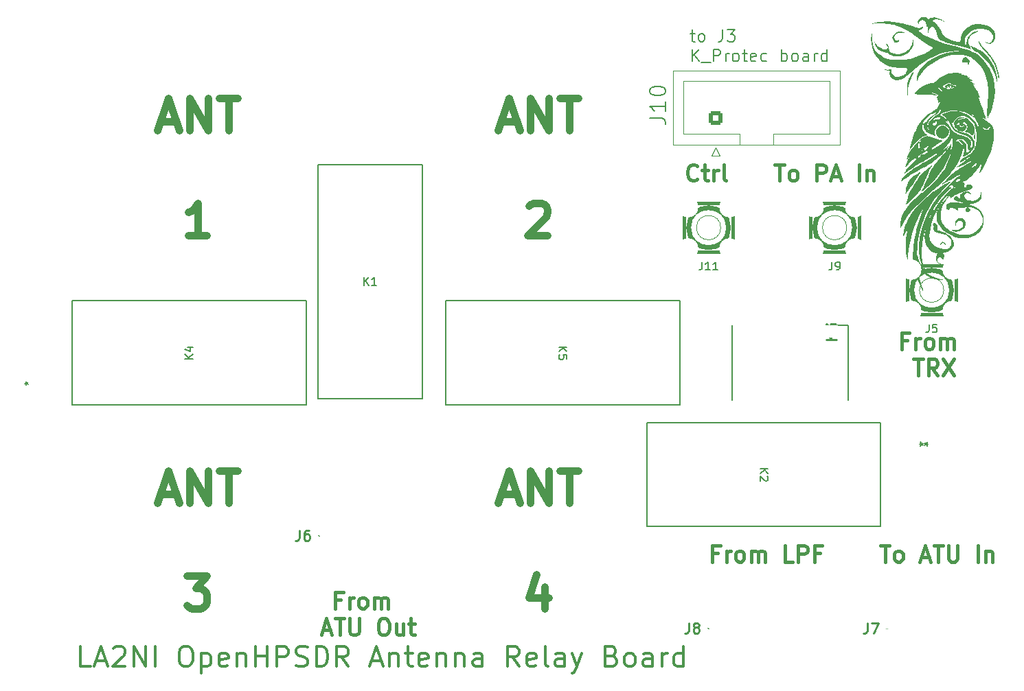
<source format=gto>
G04 #@! TF.GenerationSoftware,KiCad,Pcbnew,7.0.1*
G04 #@! TF.CreationDate,2023-05-14T23:30:35+02:00*
G04 #@! TF.ProjectId,K_relay,4b5f7265-6c61-4792-9e6b-696361645f70,rev?*
G04 #@! TF.SameCoordinates,Original*
G04 #@! TF.FileFunction,Legend,Top*
G04 #@! TF.FilePolarity,Positive*
%FSLAX46Y46*%
G04 Gerber Fmt 4.6, Leading zero omitted, Abs format (unit mm)*
G04 Created by KiCad (PCBNEW 7.0.1) date 2023-05-14 23:30:35*
%MOMM*%
%LPD*%
G01*
G04 APERTURE LIST*
G04 Aperture macros list*
%AMRoundRect*
0 Rectangle with rounded corners*
0 $1 Rounding radius*
0 $2 $3 $4 $5 $6 $7 $8 $9 X,Y pos of 4 corners*
0 Add a 4 corners polygon primitive as box body*
4,1,4,$2,$3,$4,$5,$6,$7,$8,$9,$2,$3,0*
0 Add four circle primitives for the rounded corners*
1,1,$1+$1,$2,$3*
1,1,$1+$1,$4,$5*
1,1,$1+$1,$6,$7*
1,1,$1+$1,$8,$9*
0 Add four rect primitives between the rounded corners*
20,1,$1+$1,$2,$3,$4,$5,0*
20,1,$1+$1,$4,$5,$6,$7,0*
20,1,$1+$1,$6,$7,$8,$9,0*
20,1,$1+$1,$8,$9,$2,$3,0*%
G04 Aperture macros list end*
%ADD10C,0.400000*%
%ADD11C,0.900000*%
%ADD12C,0.200000*%
%ADD13C,0.300000*%
%ADD14C,0.254000*%
%ADD15C,0.150000*%
%ADD16C,0.100000*%
%ADD17C,0.152400*%
%ADD18C,0.381000*%
%ADD19C,0.099060*%
%ADD20C,0.120000*%
%ADD21C,1.998980*%
%ADD22C,2.499360*%
%ADD23R,1.950000X1.950000*%
%ADD24C,3.600000*%
%ADD25C,1.803400*%
%ADD26R,1.500000X1.500000*%
%ADD27C,1.500000*%
%ADD28RoundRect,0.250000X0.600000X-0.600000X0.600000X0.600000X-0.600000X0.600000X-0.600000X-0.600000X0*%
%ADD29C,1.700000*%
%ADD30C,6.000000*%
G04 APERTURE END LIST*
D10*
X230619047Y-62564761D02*
X230523809Y-62660000D01*
X230523809Y-62660000D02*
X230238095Y-62755238D01*
X230238095Y-62755238D02*
X230047619Y-62755238D01*
X230047619Y-62755238D02*
X229761904Y-62660000D01*
X229761904Y-62660000D02*
X229571428Y-62469523D01*
X229571428Y-62469523D02*
X229476190Y-62279047D01*
X229476190Y-62279047D02*
X229380952Y-61898095D01*
X229380952Y-61898095D02*
X229380952Y-61612380D01*
X229380952Y-61612380D02*
X229476190Y-61231428D01*
X229476190Y-61231428D02*
X229571428Y-61040952D01*
X229571428Y-61040952D02*
X229761904Y-60850476D01*
X229761904Y-60850476D02*
X230047619Y-60755238D01*
X230047619Y-60755238D02*
X230238095Y-60755238D01*
X230238095Y-60755238D02*
X230523809Y-60850476D01*
X230523809Y-60850476D02*
X230619047Y-60945714D01*
X231190476Y-61421904D02*
X231952380Y-61421904D01*
X231476190Y-60755238D02*
X231476190Y-62469523D01*
X231476190Y-62469523D02*
X231571428Y-62660000D01*
X231571428Y-62660000D02*
X231761904Y-62755238D01*
X231761904Y-62755238D02*
X231952380Y-62755238D01*
X232619047Y-62755238D02*
X232619047Y-61421904D01*
X232619047Y-61802857D02*
X232714285Y-61612380D01*
X232714285Y-61612380D02*
X232809523Y-61517142D01*
X232809523Y-61517142D02*
X232999999Y-61421904D01*
X232999999Y-61421904D02*
X233190476Y-61421904D01*
X234142856Y-62755238D02*
X233952380Y-62660000D01*
X233952380Y-62660000D02*
X233857142Y-62469523D01*
X233857142Y-62469523D02*
X233857142Y-60755238D01*
D11*
X164428571Y-101407619D02*
X166333333Y-101407619D01*
X164047619Y-102550476D02*
X165380952Y-98550476D01*
X165380952Y-98550476D02*
X166714286Y-102550476D01*
X168047618Y-102550476D02*
X168047618Y-98550476D01*
X168047618Y-98550476D02*
X170333333Y-102550476D01*
X170333333Y-102550476D02*
X170333333Y-98550476D01*
X171666666Y-98550476D02*
X173952380Y-98550476D01*
X172809523Y-102550476D02*
X172809523Y-98550476D01*
X167666666Y-111510476D02*
X170142857Y-111510476D01*
X170142857Y-111510476D02*
X168809523Y-113034285D01*
X168809523Y-113034285D02*
X169380952Y-113034285D01*
X169380952Y-113034285D02*
X169761904Y-113224761D01*
X169761904Y-113224761D02*
X169952380Y-113415238D01*
X169952380Y-113415238D02*
X170142857Y-113796190D01*
X170142857Y-113796190D02*
X170142857Y-114748571D01*
X170142857Y-114748571D02*
X169952380Y-115129523D01*
X169952380Y-115129523D02*
X169761904Y-115320000D01*
X169761904Y-115320000D02*
X169380952Y-115510476D01*
X169380952Y-115510476D02*
X168238095Y-115510476D01*
X168238095Y-115510476D02*
X167857142Y-115320000D01*
X167857142Y-115320000D02*
X167666666Y-115129523D01*
D10*
X240190476Y-60755238D02*
X241333333Y-60755238D01*
X240761904Y-62755238D02*
X240761904Y-60755238D01*
X242285714Y-62755238D02*
X242095238Y-62660000D01*
X242095238Y-62660000D02*
X242000000Y-62564761D01*
X242000000Y-62564761D02*
X241904762Y-62374285D01*
X241904762Y-62374285D02*
X241904762Y-61802857D01*
X241904762Y-61802857D02*
X242000000Y-61612380D01*
X242000000Y-61612380D02*
X242095238Y-61517142D01*
X242095238Y-61517142D02*
X242285714Y-61421904D01*
X242285714Y-61421904D02*
X242571429Y-61421904D01*
X242571429Y-61421904D02*
X242761905Y-61517142D01*
X242761905Y-61517142D02*
X242857143Y-61612380D01*
X242857143Y-61612380D02*
X242952381Y-61802857D01*
X242952381Y-61802857D02*
X242952381Y-62374285D01*
X242952381Y-62374285D02*
X242857143Y-62564761D01*
X242857143Y-62564761D02*
X242761905Y-62660000D01*
X242761905Y-62660000D02*
X242571429Y-62755238D01*
X242571429Y-62755238D02*
X242285714Y-62755238D01*
X245333334Y-62755238D02*
X245333334Y-60755238D01*
X245333334Y-60755238D02*
X246095239Y-60755238D01*
X246095239Y-60755238D02*
X246285715Y-60850476D01*
X246285715Y-60850476D02*
X246380953Y-60945714D01*
X246380953Y-60945714D02*
X246476191Y-61136190D01*
X246476191Y-61136190D02*
X246476191Y-61421904D01*
X246476191Y-61421904D02*
X246380953Y-61612380D01*
X246380953Y-61612380D02*
X246285715Y-61707619D01*
X246285715Y-61707619D02*
X246095239Y-61802857D01*
X246095239Y-61802857D02*
X245333334Y-61802857D01*
X247238096Y-62183809D02*
X248190477Y-62183809D01*
X247047620Y-62755238D02*
X247714286Y-60755238D01*
X247714286Y-60755238D02*
X248380953Y-62755238D01*
X250571430Y-62755238D02*
X250571430Y-60755238D01*
X251523811Y-61421904D02*
X251523811Y-62755238D01*
X251523811Y-61612380D02*
X251619049Y-61517142D01*
X251619049Y-61517142D02*
X251809525Y-61421904D01*
X251809525Y-61421904D02*
X252095240Y-61421904D01*
X252095240Y-61421904D02*
X252285716Y-61517142D01*
X252285716Y-61517142D02*
X252380954Y-61707619D01*
X252380954Y-61707619D02*
X252380954Y-62755238D01*
X233142857Y-108707619D02*
X232476190Y-108707619D01*
X232476190Y-109755238D02*
X232476190Y-107755238D01*
X232476190Y-107755238D02*
X233428571Y-107755238D01*
X234190476Y-109755238D02*
X234190476Y-108421904D01*
X234190476Y-108802857D02*
X234285714Y-108612380D01*
X234285714Y-108612380D02*
X234380952Y-108517142D01*
X234380952Y-108517142D02*
X234571428Y-108421904D01*
X234571428Y-108421904D02*
X234761905Y-108421904D01*
X235714285Y-109755238D02*
X235523809Y-109660000D01*
X235523809Y-109660000D02*
X235428571Y-109564761D01*
X235428571Y-109564761D02*
X235333333Y-109374285D01*
X235333333Y-109374285D02*
X235333333Y-108802857D01*
X235333333Y-108802857D02*
X235428571Y-108612380D01*
X235428571Y-108612380D02*
X235523809Y-108517142D01*
X235523809Y-108517142D02*
X235714285Y-108421904D01*
X235714285Y-108421904D02*
X236000000Y-108421904D01*
X236000000Y-108421904D02*
X236190476Y-108517142D01*
X236190476Y-108517142D02*
X236285714Y-108612380D01*
X236285714Y-108612380D02*
X236380952Y-108802857D01*
X236380952Y-108802857D02*
X236380952Y-109374285D01*
X236380952Y-109374285D02*
X236285714Y-109564761D01*
X236285714Y-109564761D02*
X236190476Y-109660000D01*
X236190476Y-109660000D02*
X236000000Y-109755238D01*
X236000000Y-109755238D02*
X235714285Y-109755238D01*
X237238095Y-109755238D02*
X237238095Y-108421904D01*
X237238095Y-108612380D02*
X237333333Y-108517142D01*
X237333333Y-108517142D02*
X237523809Y-108421904D01*
X237523809Y-108421904D02*
X237809524Y-108421904D01*
X237809524Y-108421904D02*
X238000000Y-108517142D01*
X238000000Y-108517142D02*
X238095238Y-108707619D01*
X238095238Y-108707619D02*
X238095238Y-109755238D01*
X238095238Y-108707619D02*
X238190476Y-108517142D01*
X238190476Y-108517142D02*
X238380952Y-108421904D01*
X238380952Y-108421904D02*
X238666666Y-108421904D01*
X238666666Y-108421904D02*
X238857143Y-108517142D01*
X238857143Y-108517142D02*
X238952381Y-108707619D01*
X238952381Y-108707619D02*
X238952381Y-109755238D01*
X242380953Y-109755238D02*
X241428572Y-109755238D01*
X241428572Y-109755238D02*
X241428572Y-107755238D01*
X243047620Y-109755238D02*
X243047620Y-107755238D01*
X243047620Y-107755238D02*
X243809525Y-107755238D01*
X243809525Y-107755238D02*
X244000001Y-107850476D01*
X244000001Y-107850476D02*
X244095239Y-107945714D01*
X244095239Y-107945714D02*
X244190477Y-108136190D01*
X244190477Y-108136190D02*
X244190477Y-108421904D01*
X244190477Y-108421904D02*
X244095239Y-108612380D01*
X244095239Y-108612380D02*
X244000001Y-108707619D01*
X244000001Y-108707619D02*
X243809525Y-108802857D01*
X243809525Y-108802857D02*
X243047620Y-108802857D01*
X245714287Y-108707619D02*
X245047620Y-108707619D01*
X245047620Y-109755238D02*
X245047620Y-107755238D01*
X245047620Y-107755238D02*
X246000001Y-107755238D01*
X186666666Y-114467619D02*
X185999999Y-114467619D01*
X185999999Y-115515238D02*
X185999999Y-113515238D01*
X185999999Y-113515238D02*
X186952380Y-113515238D01*
X187714285Y-115515238D02*
X187714285Y-114181904D01*
X187714285Y-114562857D02*
X187809523Y-114372380D01*
X187809523Y-114372380D02*
X187904761Y-114277142D01*
X187904761Y-114277142D02*
X188095237Y-114181904D01*
X188095237Y-114181904D02*
X188285714Y-114181904D01*
X189238094Y-115515238D02*
X189047618Y-115420000D01*
X189047618Y-115420000D02*
X188952380Y-115324761D01*
X188952380Y-115324761D02*
X188857142Y-115134285D01*
X188857142Y-115134285D02*
X188857142Y-114562857D01*
X188857142Y-114562857D02*
X188952380Y-114372380D01*
X188952380Y-114372380D02*
X189047618Y-114277142D01*
X189047618Y-114277142D02*
X189238094Y-114181904D01*
X189238094Y-114181904D02*
X189523809Y-114181904D01*
X189523809Y-114181904D02*
X189714285Y-114277142D01*
X189714285Y-114277142D02*
X189809523Y-114372380D01*
X189809523Y-114372380D02*
X189904761Y-114562857D01*
X189904761Y-114562857D02*
X189904761Y-115134285D01*
X189904761Y-115134285D02*
X189809523Y-115324761D01*
X189809523Y-115324761D02*
X189714285Y-115420000D01*
X189714285Y-115420000D02*
X189523809Y-115515238D01*
X189523809Y-115515238D02*
X189238094Y-115515238D01*
X190761904Y-115515238D02*
X190761904Y-114181904D01*
X190761904Y-114372380D02*
X190857142Y-114277142D01*
X190857142Y-114277142D02*
X191047618Y-114181904D01*
X191047618Y-114181904D02*
X191333333Y-114181904D01*
X191333333Y-114181904D02*
X191523809Y-114277142D01*
X191523809Y-114277142D02*
X191619047Y-114467619D01*
X191619047Y-114467619D02*
X191619047Y-115515238D01*
X191619047Y-114467619D02*
X191714285Y-114277142D01*
X191714285Y-114277142D02*
X191904761Y-114181904D01*
X191904761Y-114181904D02*
X192190475Y-114181904D01*
X192190475Y-114181904D02*
X192380952Y-114277142D01*
X192380952Y-114277142D02*
X192476190Y-114467619D01*
X192476190Y-114467619D02*
X192476190Y-115515238D01*
X184428571Y-118183809D02*
X185380952Y-118183809D01*
X184238095Y-118755238D02*
X184904761Y-116755238D01*
X184904761Y-116755238D02*
X185571428Y-118755238D01*
X185952381Y-116755238D02*
X187095238Y-116755238D01*
X186523809Y-118755238D02*
X186523809Y-116755238D01*
X187761905Y-116755238D02*
X187761905Y-118374285D01*
X187761905Y-118374285D02*
X187857143Y-118564761D01*
X187857143Y-118564761D02*
X187952381Y-118660000D01*
X187952381Y-118660000D02*
X188142857Y-118755238D01*
X188142857Y-118755238D02*
X188523810Y-118755238D01*
X188523810Y-118755238D02*
X188714286Y-118660000D01*
X188714286Y-118660000D02*
X188809524Y-118564761D01*
X188809524Y-118564761D02*
X188904762Y-118374285D01*
X188904762Y-118374285D02*
X188904762Y-116755238D01*
X191761905Y-116755238D02*
X192142858Y-116755238D01*
X192142858Y-116755238D02*
X192333334Y-116850476D01*
X192333334Y-116850476D02*
X192523810Y-117040952D01*
X192523810Y-117040952D02*
X192619048Y-117421904D01*
X192619048Y-117421904D02*
X192619048Y-118088571D01*
X192619048Y-118088571D02*
X192523810Y-118469523D01*
X192523810Y-118469523D02*
X192333334Y-118660000D01*
X192333334Y-118660000D02*
X192142858Y-118755238D01*
X192142858Y-118755238D02*
X191761905Y-118755238D01*
X191761905Y-118755238D02*
X191571429Y-118660000D01*
X191571429Y-118660000D02*
X191380953Y-118469523D01*
X191380953Y-118469523D02*
X191285715Y-118088571D01*
X191285715Y-118088571D02*
X191285715Y-117421904D01*
X191285715Y-117421904D02*
X191380953Y-117040952D01*
X191380953Y-117040952D02*
X191571429Y-116850476D01*
X191571429Y-116850476D02*
X191761905Y-116755238D01*
X194333334Y-117421904D02*
X194333334Y-118755238D01*
X193476191Y-117421904D02*
X193476191Y-118469523D01*
X193476191Y-118469523D02*
X193571429Y-118660000D01*
X193571429Y-118660000D02*
X193761905Y-118755238D01*
X193761905Y-118755238D02*
X194047620Y-118755238D01*
X194047620Y-118755238D02*
X194238096Y-118660000D01*
X194238096Y-118660000D02*
X194333334Y-118564761D01*
X195000001Y-117421904D02*
X195761905Y-117421904D01*
X195285715Y-116755238D02*
X195285715Y-118469523D01*
X195285715Y-118469523D02*
X195380953Y-118660000D01*
X195380953Y-118660000D02*
X195571429Y-118755238D01*
X195571429Y-118755238D02*
X195761905Y-118755238D01*
X256466666Y-82467619D02*
X255799999Y-82467619D01*
X255799999Y-83515238D02*
X255799999Y-81515238D01*
X255799999Y-81515238D02*
X256752380Y-81515238D01*
X257514285Y-83515238D02*
X257514285Y-82181904D01*
X257514285Y-82562857D02*
X257609523Y-82372380D01*
X257609523Y-82372380D02*
X257704761Y-82277142D01*
X257704761Y-82277142D02*
X257895237Y-82181904D01*
X257895237Y-82181904D02*
X258085714Y-82181904D01*
X259038094Y-83515238D02*
X258847618Y-83420000D01*
X258847618Y-83420000D02*
X258752380Y-83324761D01*
X258752380Y-83324761D02*
X258657142Y-83134285D01*
X258657142Y-83134285D02*
X258657142Y-82562857D01*
X258657142Y-82562857D02*
X258752380Y-82372380D01*
X258752380Y-82372380D02*
X258847618Y-82277142D01*
X258847618Y-82277142D02*
X259038094Y-82181904D01*
X259038094Y-82181904D02*
X259323809Y-82181904D01*
X259323809Y-82181904D02*
X259514285Y-82277142D01*
X259514285Y-82277142D02*
X259609523Y-82372380D01*
X259609523Y-82372380D02*
X259704761Y-82562857D01*
X259704761Y-82562857D02*
X259704761Y-83134285D01*
X259704761Y-83134285D02*
X259609523Y-83324761D01*
X259609523Y-83324761D02*
X259514285Y-83420000D01*
X259514285Y-83420000D02*
X259323809Y-83515238D01*
X259323809Y-83515238D02*
X259038094Y-83515238D01*
X260561904Y-83515238D02*
X260561904Y-82181904D01*
X260561904Y-82372380D02*
X260657142Y-82277142D01*
X260657142Y-82277142D02*
X260847618Y-82181904D01*
X260847618Y-82181904D02*
X261133333Y-82181904D01*
X261133333Y-82181904D02*
X261323809Y-82277142D01*
X261323809Y-82277142D02*
X261419047Y-82467619D01*
X261419047Y-82467619D02*
X261419047Y-83515238D01*
X261419047Y-82467619D02*
X261514285Y-82277142D01*
X261514285Y-82277142D02*
X261704761Y-82181904D01*
X261704761Y-82181904D02*
X261990475Y-82181904D01*
X261990475Y-82181904D02*
X262180952Y-82277142D01*
X262180952Y-82277142D02*
X262276190Y-82467619D01*
X262276190Y-82467619D02*
X262276190Y-83515238D01*
X257276190Y-84755238D02*
X258419047Y-84755238D01*
X257847618Y-86755238D02*
X257847618Y-84755238D01*
X260228571Y-86755238D02*
X259561904Y-85802857D01*
X259085714Y-86755238D02*
X259085714Y-84755238D01*
X259085714Y-84755238D02*
X259847619Y-84755238D01*
X259847619Y-84755238D02*
X260038095Y-84850476D01*
X260038095Y-84850476D02*
X260133333Y-84945714D01*
X260133333Y-84945714D02*
X260228571Y-85136190D01*
X260228571Y-85136190D02*
X260228571Y-85421904D01*
X260228571Y-85421904D02*
X260133333Y-85612380D01*
X260133333Y-85612380D02*
X260038095Y-85707619D01*
X260038095Y-85707619D02*
X259847619Y-85802857D01*
X259847619Y-85802857D02*
X259085714Y-85802857D01*
X260895238Y-84755238D02*
X262228571Y-86755238D01*
X262228571Y-84755238D02*
X260895238Y-86755238D01*
D11*
X206428571Y-101407619D02*
X208333333Y-101407619D01*
X206047619Y-102550476D02*
X207380952Y-98550476D01*
X207380952Y-98550476D02*
X208714286Y-102550476D01*
X210047618Y-102550476D02*
X210047618Y-98550476D01*
X210047618Y-98550476D02*
X212333333Y-102550476D01*
X212333333Y-102550476D02*
X212333333Y-98550476D01*
X213666666Y-98550476D02*
X215952380Y-98550476D01*
X214809523Y-102550476D02*
X214809523Y-98550476D01*
X211761904Y-112843809D02*
X211761904Y-115510476D01*
X210809523Y-111320000D02*
X209857142Y-114177142D01*
X209857142Y-114177142D02*
X212333333Y-114177142D01*
D12*
X229742857Y-44586428D02*
X230314285Y-44586428D01*
X229957142Y-44086428D02*
X229957142Y-45372142D01*
X229957142Y-45372142D02*
X230028571Y-45515000D01*
X230028571Y-45515000D02*
X230171428Y-45586428D01*
X230171428Y-45586428D02*
X230314285Y-45586428D01*
X231028571Y-45586428D02*
X230885714Y-45515000D01*
X230885714Y-45515000D02*
X230814285Y-45443571D01*
X230814285Y-45443571D02*
X230742857Y-45300714D01*
X230742857Y-45300714D02*
X230742857Y-44872142D01*
X230742857Y-44872142D02*
X230814285Y-44729285D01*
X230814285Y-44729285D02*
X230885714Y-44657857D01*
X230885714Y-44657857D02*
X231028571Y-44586428D01*
X231028571Y-44586428D02*
X231242857Y-44586428D01*
X231242857Y-44586428D02*
X231385714Y-44657857D01*
X231385714Y-44657857D02*
X231457143Y-44729285D01*
X231457143Y-44729285D02*
X231528571Y-44872142D01*
X231528571Y-44872142D02*
X231528571Y-45300714D01*
X231528571Y-45300714D02*
X231457143Y-45443571D01*
X231457143Y-45443571D02*
X231385714Y-45515000D01*
X231385714Y-45515000D02*
X231242857Y-45586428D01*
X231242857Y-45586428D02*
X231028571Y-45586428D01*
X233742857Y-44086428D02*
X233742857Y-45157857D01*
X233742857Y-45157857D02*
X233671428Y-45372142D01*
X233671428Y-45372142D02*
X233528571Y-45515000D01*
X233528571Y-45515000D02*
X233314285Y-45586428D01*
X233314285Y-45586428D02*
X233171428Y-45586428D01*
X234314285Y-44086428D02*
X235242857Y-44086428D01*
X235242857Y-44086428D02*
X234742857Y-44657857D01*
X234742857Y-44657857D02*
X234957142Y-44657857D01*
X234957142Y-44657857D02*
X235100000Y-44729285D01*
X235100000Y-44729285D02*
X235171428Y-44800714D01*
X235171428Y-44800714D02*
X235242857Y-44943571D01*
X235242857Y-44943571D02*
X235242857Y-45300714D01*
X235242857Y-45300714D02*
X235171428Y-45443571D01*
X235171428Y-45443571D02*
X235100000Y-45515000D01*
X235100000Y-45515000D02*
X234957142Y-45586428D01*
X234957142Y-45586428D02*
X234528571Y-45586428D01*
X234528571Y-45586428D02*
X234385714Y-45515000D01*
X234385714Y-45515000D02*
X234314285Y-45443571D01*
X229957142Y-48016428D02*
X229957142Y-46516428D01*
X230814285Y-48016428D02*
X230171428Y-47159285D01*
X230814285Y-46516428D02*
X229957142Y-47373571D01*
X231100000Y-48159285D02*
X232242857Y-48159285D01*
X232599999Y-48016428D02*
X232599999Y-46516428D01*
X232599999Y-46516428D02*
X233171428Y-46516428D01*
X233171428Y-46516428D02*
X233314285Y-46587857D01*
X233314285Y-46587857D02*
X233385714Y-46659285D01*
X233385714Y-46659285D02*
X233457142Y-46802142D01*
X233457142Y-46802142D02*
X233457142Y-47016428D01*
X233457142Y-47016428D02*
X233385714Y-47159285D01*
X233385714Y-47159285D02*
X233314285Y-47230714D01*
X233314285Y-47230714D02*
X233171428Y-47302142D01*
X233171428Y-47302142D02*
X232599999Y-47302142D01*
X234099999Y-48016428D02*
X234099999Y-47016428D01*
X234099999Y-47302142D02*
X234171428Y-47159285D01*
X234171428Y-47159285D02*
X234242857Y-47087857D01*
X234242857Y-47087857D02*
X234385714Y-47016428D01*
X234385714Y-47016428D02*
X234528571Y-47016428D01*
X235242856Y-48016428D02*
X235099999Y-47945000D01*
X235099999Y-47945000D02*
X235028570Y-47873571D01*
X235028570Y-47873571D02*
X234957142Y-47730714D01*
X234957142Y-47730714D02*
X234957142Y-47302142D01*
X234957142Y-47302142D02*
X235028570Y-47159285D01*
X235028570Y-47159285D02*
X235099999Y-47087857D01*
X235099999Y-47087857D02*
X235242856Y-47016428D01*
X235242856Y-47016428D02*
X235457142Y-47016428D01*
X235457142Y-47016428D02*
X235599999Y-47087857D01*
X235599999Y-47087857D02*
X235671428Y-47159285D01*
X235671428Y-47159285D02*
X235742856Y-47302142D01*
X235742856Y-47302142D02*
X235742856Y-47730714D01*
X235742856Y-47730714D02*
X235671428Y-47873571D01*
X235671428Y-47873571D02*
X235599999Y-47945000D01*
X235599999Y-47945000D02*
X235457142Y-48016428D01*
X235457142Y-48016428D02*
X235242856Y-48016428D01*
X236171428Y-47016428D02*
X236742856Y-47016428D01*
X236385713Y-46516428D02*
X236385713Y-47802142D01*
X236385713Y-47802142D02*
X236457142Y-47945000D01*
X236457142Y-47945000D02*
X236599999Y-48016428D01*
X236599999Y-48016428D02*
X236742856Y-48016428D01*
X237814285Y-47945000D02*
X237671428Y-48016428D01*
X237671428Y-48016428D02*
X237385714Y-48016428D01*
X237385714Y-48016428D02*
X237242856Y-47945000D01*
X237242856Y-47945000D02*
X237171428Y-47802142D01*
X237171428Y-47802142D02*
X237171428Y-47230714D01*
X237171428Y-47230714D02*
X237242856Y-47087857D01*
X237242856Y-47087857D02*
X237385714Y-47016428D01*
X237385714Y-47016428D02*
X237671428Y-47016428D01*
X237671428Y-47016428D02*
X237814285Y-47087857D01*
X237814285Y-47087857D02*
X237885714Y-47230714D01*
X237885714Y-47230714D02*
X237885714Y-47373571D01*
X237885714Y-47373571D02*
X237171428Y-47516428D01*
X239171428Y-47945000D02*
X239028570Y-48016428D01*
X239028570Y-48016428D02*
X238742856Y-48016428D01*
X238742856Y-48016428D02*
X238599999Y-47945000D01*
X238599999Y-47945000D02*
X238528570Y-47873571D01*
X238528570Y-47873571D02*
X238457142Y-47730714D01*
X238457142Y-47730714D02*
X238457142Y-47302142D01*
X238457142Y-47302142D02*
X238528570Y-47159285D01*
X238528570Y-47159285D02*
X238599999Y-47087857D01*
X238599999Y-47087857D02*
X238742856Y-47016428D01*
X238742856Y-47016428D02*
X239028570Y-47016428D01*
X239028570Y-47016428D02*
X239171428Y-47087857D01*
X240957141Y-48016428D02*
X240957141Y-46516428D01*
X240957141Y-47087857D02*
X241099999Y-47016428D01*
X241099999Y-47016428D02*
X241385713Y-47016428D01*
X241385713Y-47016428D02*
X241528570Y-47087857D01*
X241528570Y-47087857D02*
X241599999Y-47159285D01*
X241599999Y-47159285D02*
X241671427Y-47302142D01*
X241671427Y-47302142D02*
X241671427Y-47730714D01*
X241671427Y-47730714D02*
X241599999Y-47873571D01*
X241599999Y-47873571D02*
X241528570Y-47945000D01*
X241528570Y-47945000D02*
X241385713Y-48016428D01*
X241385713Y-48016428D02*
X241099999Y-48016428D01*
X241099999Y-48016428D02*
X240957141Y-47945000D01*
X242528570Y-48016428D02*
X242385713Y-47945000D01*
X242385713Y-47945000D02*
X242314284Y-47873571D01*
X242314284Y-47873571D02*
X242242856Y-47730714D01*
X242242856Y-47730714D02*
X242242856Y-47302142D01*
X242242856Y-47302142D02*
X242314284Y-47159285D01*
X242314284Y-47159285D02*
X242385713Y-47087857D01*
X242385713Y-47087857D02*
X242528570Y-47016428D01*
X242528570Y-47016428D02*
X242742856Y-47016428D01*
X242742856Y-47016428D02*
X242885713Y-47087857D01*
X242885713Y-47087857D02*
X242957142Y-47159285D01*
X242957142Y-47159285D02*
X243028570Y-47302142D01*
X243028570Y-47302142D02*
X243028570Y-47730714D01*
X243028570Y-47730714D02*
X242957142Y-47873571D01*
X242957142Y-47873571D02*
X242885713Y-47945000D01*
X242885713Y-47945000D02*
X242742856Y-48016428D01*
X242742856Y-48016428D02*
X242528570Y-48016428D01*
X244314285Y-48016428D02*
X244314285Y-47230714D01*
X244314285Y-47230714D02*
X244242856Y-47087857D01*
X244242856Y-47087857D02*
X244099999Y-47016428D01*
X244099999Y-47016428D02*
X243814285Y-47016428D01*
X243814285Y-47016428D02*
X243671427Y-47087857D01*
X244314285Y-47945000D02*
X244171427Y-48016428D01*
X244171427Y-48016428D02*
X243814285Y-48016428D01*
X243814285Y-48016428D02*
X243671427Y-47945000D01*
X243671427Y-47945000D02*
X243599999Y-47802142D01*
X243599999Y-47802142D02*
X243599999Y-47659285D01*
X243599999Y-47659285D02*
X243671427Y-47516428D01*
X243671427Y-47516428D02*
X243814285Y-47445000D01*
X243814285Y-47445000D02*
X244171427Y-47445000D01*
X244171427Y-47445000D02*
X244314285Y-47373571D01*
X245028570Y-48016428D02*
X245028570Y-47016428D01*
X245028570Y-47302142D02*
X245099999Y-47159285D01*
X245099999Y-47159285D02*
X245171428Y-47087857D01*
X245171428Y-47087857D02*
X245314285Y-47016428D01*
X245314285Y-47016428D02*
X245457142Y-47016428D01*
X246599999Y-48016428D02*
X246599999Y-46516428D01*
X246599999Y-47945000D02*
X246457141Y-48016428D01*
X246457141Y-48016428D02*
X246171427Y-48016428D01*
X246171427Y-48016428D02*
X246028570Y-47945000D01*
X246028570Y-47945000D02*
X245957141Y-47873571D01*
X245957141Y-47873571D02*
X245885713Y-47730714D01*
X245885713Y-47730714D02*
X245885713Y-47302142D01*
X245885713Y-47302142D02*
X245957141Y-47159285D01*
X245957141Y-47159285D02*
X246028570Y-47087857D01*
X246028570Y-47087857D02*
X246171427Y-47016428D01*
X246171427Y-47016428D02*
X246457141Y-47016428D01*
X246457141Y-47016428D02*
X246599999Y-47087857D01*
D13*
X155785714Y-122694047D02*
X154595238Y-122694047D01*
X154595238Y-122694047D02*
X154595238Y-120194047D01*
X156500000Y-121979761D02*
X157690476Y-121979761D01*
X156261905Y-122694047D02*
X157095238Y-120194047D01*
X157095238Y-120194047D02*
X157928571Y-122694047D01*
X158642857Y-120432142D02*
X158761905Y-120313095D01*
X158761905Y-120313095D02*
X159000000Y-120194047D01*
X159000000Y-120194047D02*
X159595238Y-120194047D01*
X159595238Y-120194047D02*
X159833333Y-120313095D01*
X159833333Y-120313095D02*
X159952381Y-120432142D01*
X159952381Y-120432142D02*
X160071428Y-120670238D01*
X160071428Y-120670238D02*
X160071428Y-120908333D01*
X160071428Y-120908333D02*
X159952381Y-121265476D01*
X159952381Y-121265476D02*
X158523809Y-122694047D01*
X158523809Y-122694047D02*
X160071428Y-122694047D01*
X161142857Y-122694047D02*
X161142857Y-120194047D01*
X161142857Y-120194047D02*
X162571428Y-122694047D01*
X162571428Y-122694047D02*
X162571428Y-120194047D01*
X163761905Y-122694047D02*
X163761905Y-120194047D01*
X167333333Y-120194047D02*
X167809524Y-120194047D01*
X167809524Y-120194047D02*
X168047619Y-120313095D01*
X168047619Y-120313095D02*
X168285714Y-120551190D01*
X168285714Y-120551190D02*
X168404762Y-121027380D01*
X168404762Y-121027380D02*
X168404762Y-121860714D01*
X168404762Y-121860714D02*
X168285714Y-122336904D01*
X168285714Y-122336904D02*
X168047619Y-122575000D01*
X168047619Y-122575000D02*
X167809524Y-122694047D01*
X167809524Y-122694047D02*
X167333333Y-122694047D01*
X167333333Y-122694047D02*
X167095238Y-122575000D01*
X167095238Y-122575000D02*
X166857143Y-122336904D01*
X166857143Y-122336904D02*
X166738095Y-121860714D01*
X166738095Y-121860714D02*
X166738095Y-121027380D01*
X166738095Y-121027380D02*
X166857143Y-120551190D01*
X166857143Y-120551190D02*
X167095238Y-120313095D01*
X167095238Y-120313095D02*
X167333333Y-120194047D01*
X169476191Y-121027380D02*
X169476191Y-123527380D01*
X169476191Y-121146428D02*
X169714286Y-121027380D01*
X169714286Y-121027380D02*
X170190476Y-121027380D01*
X170190476Y-121027380D02*
X170428572Y-121146428D01*
X170428572Y-121146428D02*
X170547619Y-121265476D01*
X170547619Y-121265476D02*
X170666667Y-121503571D01*
X170666667Y-121503571D02*
X170666667Y-122217857D01*
X170666667Y-122217857D02*
X170547619Y-122455952D01*
X170547619Y-122455952D02*
X170428572Y-122575000D01*
X170428572Y-122575000D02*
X170190476Y-122694047D01*
X170190476Y-122694047D02*
X169714286Y-122694047D01*
X169714286Y-122694047D02*
X169476191Y-122575000D01*
X172690477Y-122575000D02*
X172452381Y-122694047D01*
X172452381Y-122694047D02*
X171976191Y-122694047D01*
X171976191Y-122694047D02*
X171738096Y-122575000D01*
X171738096Y-122575000D02*
X171619048Y-122336904D01*
X171619048Y-122336904D02*
X171619048Y-121384523D01*
X171619048Y-121384523D02*
X171738096Y-121146428D01*
X171738096Y-121146428D02*
X171976191Y-121027380D01*
X171976191Y-121027380D02*
X172452381Y-121027380D01*
X172452381Y-121027380D02*
X172690477Y-121146428D01*
X172690477Y-121146428D02*
X172809524Y-121384523D01*
X172809524Y-121384523D02*
X172809524Y-121622619D01*
X172809524Y-121622619D02*
X171619048Y-121860714D01*
X173880953Y-121027380D02*
X173880953Y-122694047D01*
X173880953Y-121265476D02*
X174000000Y-121146428D01*
X174000000Y-121146428D02*
X174238095Y-121027380D01*
X174238095Y-121027380D02*
X174595238Y-121027380D01*
X174595238Y-121027380D02*
X174833334Y-121146428D01*
X174833334Y-121146428D02*
X174952381Y-121384523D01*
X174952381Y-121384523D02*
X174952381Y-122694047D01*
X176142858Y-122694047D02*
X176142858Y-120194047D01*
X176142858Y-121384523D02*
X177571429Y-121384523D01*
X177571429Y-122694047D02*
X177571429Y-120194047D01*
X178761906Y-122694047D02*
X178761906Y-120194047D01*
X178761906Y-120194047D02*
X179714287Y-120194047D01*
X179714287Y-120194047D02*
X179952382Y-120313095D01*
X179952382Y-120313095D02*
X180071429Y-120432142D01*
X180071429Y-120432142D02*
X180190477Y-120670238D01*
X180190477Y-120670238D02*
X180190477Y-121027380D01*
X180190477Y-121027380D02*
X180071429Y-121265476D01*
X180071429Y-121265476D02*
X179952382Y-121384523D01*
X179952382Y-121384523D02*
X179714287Y-121503571D01*
X179714287Y-121503571D02*
X178761906Y-121503571D01*
X181142858Y-122575000D02*
X181500001Y-122694047D01*
X181500001Y-122694047D02*
X182095239Y-122694047D01*
X182095239Y-122694047D02*
X182333334Y-122575000D01*
X182333334Y-122575000D02*
X182452382Y-122455952D01*
X182452382Y-122455952D02*
X182571429Y-122217857D01*
X182571429Y-122217857D02*
X182571429Y-121979761D01*
X182571429Y-121979761D02*
X182452382Y-121741666D01*
X182452382Y-121741666D02*
X182333334Y-121622619D01*
X182333334Y-121622619D02*
X182095239Y-121503571D01*
X182095239Y-121503571D02*
X181619048Y-121384523D01*
X181619048Y-121384523D02*
X181380953Y-121265476D01*
X181380953Y-121265476D02*
X181261906Y-121146428D01*
X181261906Y-121146428D02*
X181142858Y-120908333D01*
X181142858Y-120908333D02*
X181142858Y-120670238D01*
X181142858Y-120670238D02*
X181261906Y-120432142D01*
X181261906Y-120432142D02*
X181380953Y-120313095D01*
X181380953Y-120313095D02*
X181619048Y-120194047D01*
X181619048Y-120194047D02*
X182214287Y-120194047D01*
X182214287Y-120194047D02*
X182571429Y-120313095D01*
X183642858Y-122694047D02*
X183642858Y-120194047D01*
X183642858Y-120194047D02*
X184238096Y-120194047D01*
X184238096Y-120194047D02*
X184595239Y-120313095D01*
X184595239Y-120313095D02*
X184833334Y-120551190D01*
X184833334Y-120551190D02*
X184952381Y-120789285D01*
X184952381Y-120789285D02*
X185071429Y-121265476D01*
X185071429Y-121265476D02*
X185071429Y-121622619D01*
X185071429Y-121622619D02*
X184952381Y-122098809D01*
X184952381Y-122098809D02*
X184833334Y-122336904D01*
X184833334Y-122336904D02*
X184595239Y-122575000D01*
X184595239Y-122575000D02*
X184238096Y-122694047D01*
X184238096Y-122694047D02*
X183642858Y-122694047D01*
X187571429Y-122694047D02*
X186738096Y-121503571D01*
X186142858Y-122694047D02*
X186142858Y-120194047D01*
X186142858Y-120194047D02*
X187095239Y-120194047D01*
X187095239Y-120194047D02*
X187333334Y-120313095D01*
X187333334Y-120313095D02*
X187452381Y-120432142D01*
X187452381Y-120432142D02*
X187571429Y-120670238D01*
X187571429Y-120670238D02*
X187571429Y-121027380D01*
X187571429Y-121027380D02*
X187452381Y-121265476D01*
X187452381Y-121265476D02*
X187333334Y-121384523D01*
X187333334Y-121384523D02*
X187095239Y-121503571D01*
X187095239Y-121503571D02*
X186142858Y-121503571D01*
X190428572Y-121979761D02*
X191619048Y-121979761D01*
X190190477Y-122694047D02*
X191023810Y-120194047D01*
X191023810Y-120194047D02*
X191857143Y-122694047D01*
X192690477Y-121027380D02*
X192690477Y-122694047D01*
X192690477Y-121265476D02*
X192809524Y-121146428D01*
X192809524Y-121146428D02*
X193047619Y-121027380D01*
X193047619Y-121027380D02*
X193404762Y-121027380D01*
X193404762Y-121027380D02*
X193642858Y-121146428D01*
X193642858Y-121146428D02*
X193761905Y-121384523D01*
X193761905Y-121384523D02*
X193761905Y-122694047D01*
X194595239Y-121027380D02*
X195547620Y-121027380D01*
X194952382Y-120194047D02*
X194952382Y-122336904D01*
X194952382Y-122336904D02*
X195071429Y-122575000D01*
X195071429Y-122575000D02*
X195309524Y-122694047D01*
X195309524Y-122694047D02*
X195547620Y-122694047D01*
X197333334Y-122575000D02*
X197095238Y-122694047D01*
X197095238Y-122694047D02*
X196619048Y-122694047D01*
X196619048Y-122694047D02*
X196380953Y-122575000D01*
X196380953Y-122575000D02*
X196261905Y-122336904D01*
X196261905Y-122336904D02*
X196261905Y-121384523D01*
X196261905Y-121384523D02*
X196380953Y-121146428D01*
X196380953Y-121146428D02*
X196619048Y-121027380D01*
X196619048Y-121027380D02*
X197095238Y-121027380D01*
X197095238Y-121027380D02*
X197333334Y-121146428D01*
X197333334Y-121146428D02*
X197452381Y-121384523D01*
X197452381Y-121384523D02*
X197452381Y-121622619D01*
X197452381Y-121622619D02*
X196261905Y-121860714D01*
X198523810Y-121027380D02*
X198523810Y-122694047D01*
X198523810Y-121265476D02*
X198642857Y-121146428D01*
X198642857Y-121146428D02*
X198880952Y-121027380D01*
X198880952Y-121027380D02*
X199238095Y-121027380D01*
X199238095Y-121027380D02*
X199476191Y-121146428D01*
X199476191Y-121146428D02*
X199595238Y-121384523D01*
X199595238Y-121384523D02*
X199595238Y-122694047D01*
X200785715Y-121027380D02*
X200785715Y-122694047D01*
X200785715Y-121265476D02*
X200904762Y-121146428D01*
X200904762Y-121146428D02*
X201142857Y-121027380D01*
X201142857Y-121027380D02*
X201500000Y-121027380D01*
X201500000Y-121027380D02*
X201738096Y-121146428D01*
X201738096Y-121146428D02*
X201857143Y-121384523D01*
X201857143Y-121384523D02*
X201857143Y-122694047D01*
X204119048Y-122694047D02*
X204119048Y-121384523D01*
X204119048Y-121384523D02*
X204000001Y-121146428D01*
X204000001Y-121146428D02*
X203761905Y-121027380D01*
X203761905Y-121027380D02*
X203285715Y-121027380D01*
X203285715Y-121027380D02*
X203047620Y-121146428D01*
X204119048Y-122575000D02*
X203880953Y-122694047D01*
X203880953Y-122694047D02*
X203285715Y-122694047D01*
X203285715Y-122694047D02*
X203047620Y-122575000D01*
X203047620Y-122575000D02*
X202928572Y-122336904D01*
X202928572Y-122336904D02*
X202928572Y-122098809D01*
X202928572Y-122098809D02*
X203047620Y-121860714D01*
X203047620Y-121860714D02*
X203285715Y-121741666D01*
X203285715Y-121741666D02*
X203880953Y-121741666D01*
X203880953Y-121741666D02*
X204119048Y-121622619D01*
X208642858Y-122694047D02*
X207809525Y-121503571D01*
X207214287Y-122694047D02*
X207214287Y-120194047D01*
X207214287Y-120194047D02*
X208166668Y-120194047D01*
X208166668Y-120194047D02*
X208404763Y-120313095D01*
X208404763Y-120313095D02*
X208523810Y-120432142D01*
X208523810Y-120432142D02*
X208642858Y-120670238D01*
X208642858Y-120670238D02*
X208642858Y-121027380D01*
X208642858Y-121027380D02*
X208523810Y-121265476D01*
X208523810Y-121265476D02*
X208404763Y-121384523D01*
X208404763Y-121384523D02*
X208166668Y-121503571D01*
X208166668Y-121503571D02*
X207214287Y-121503571D01*
X210666668Y-122575000D02*
X210428572Y-122694047D01*
X210428572Y-122694047D02*
X209952382Y-122694047D01*
X209952382Y-122694047D02*
X209714287Y-122575000D01*
X209714287Y-122575000D02*
X209595239Y-122336904D01*
X209595239Y-122336904D02*
X209595239Y-121384523D01*
X209595239Y-121384523D02*
X209714287Y-121146428D01*
X209714287Y-121146428D02*
X209952382Y-121027380D01*
X209952382Y-121027380D02*
X210428572Y-121027380D01*
X210428572Y-121027380D02*
X210666668Y-121146428D01*
X210666668Y-121146428D02*
X210785715Y-121384523D01*
X210785715Y-121384523D02*
X210785715Y-121622619D01*
X210785715Y-121622619D02*
X209595239Y-121860714D01*
X212214286Y-122694047D02*
X211976191Y-122575000D01*
X211976191Y-122575000D02*
X211857144Y-122336904D01*
X211857144Y-122336904D02*
X211857144Y-120194047D01*
X214238096Y-122694047D02*
X214238096Y-121384523D01*
X214238096Y-121384523D02*
X214119049Y-121146428D01*
X214119049Y-121146428D02*
X213880953Y-121027380D01*
X213880953Y-121027380D02*
X213404763Y-121027380D01*
X213404763Y-121027380D02*
X213166668Y-121146428D01*
X214238096Y-122575000D02*
X214000001Y-122694047D01*
X214000001Y-122694047D02*
X213404763Y-122694047D01*
X213404763Y-122694047D02*
X213166668Y-122575000D01*
X213166668Y-122575000D02*
X213047620Y-122336904D01*
X213047620Y-122336904D02*
X213047620Y-122098809D01*
X213047620Y-122098809D02*
X213166668Y-121860714D01*
X213166668Y-121860714D02*
X213404763Y-121741666D01*
X213404763Y-121741666D02*
X214000001Y-121741666D01*
X214000001Y-121741666D02*
X214238096Y-121622619D01*
X215190477Y-121027380D02*
X215785715Y-122694047D01*
X216380954Y-121027380D02*
X215785715Y-122694047D01*
X215785715Y-122694047D02*
X215547620Y-123289285D01*
X215547620Y-123289285D02*
X215428573Y-123408333D01*
X215428573Y-123408333D02*
X215190477Y-123527380D01*
X220071430Y-121384523D02*
X220428573Y-121503571D01*
X220428573Y-121503571D02*
X220547620Y-121622619D01*
X220547620Y-121622619D02*
X220666668Y-121860714D01*
X220666668Y-121860714D02*
X220666668Y-122217857D01*
X220666668Y-122217857D02*
X220547620Y-122455952D01*
X220547620Y-122455952D02*
X220428573Y-122575000D01*
X220428573Y-122575000D02*
X220190478Y-122694047D01*
X220190478Y-122694047D02*
X219238097Y-122694047D01*
X219238097Y-122694047D02*
X219238097Y-120194047D01*
X219238097Y-120194047D02*
X220071430Y-120194047D01*
X220071430Y-120194047D02*
X220309525Y-120313095D01*
X220309525Y-120313095D02*
X220428573Y-120432142D01*
X220428573Y-120432142D02*
X220547620Y-120670238D01*
X220547620Y-120670238D02*
X220547620Y-120908333D01*
X220547620Y-120908333D02*
X220428573Y-121146428D01*
X220428573Y-121146428D02*
X220309525Y-121265476D01*
X220309525Y-121265476D02*
X220071430Y-121384523D01*
X220071430Y-121384523D02*
X219238097Y-121384523D01*
X222095239Y-122694047D02*
X221857144Y-122575000D01*
X221857144Y-122575000D02*
X221738097Y-122455952D01*
X221738097Y-122455952D02*
X221619049Y-122217857D01*
X221619049Y-122217857D02*
X221619049Y-121503571D01*
X221619049Y-121503571D02*
X221738097Y-121265476D01*
X221738097Y-121265476D02*
X221857144Y-121146428D01*
X221857144Y-121146428D02*
X222095239Y-121027380D01*
X222095239Y-121027380D02*
X222452382Y-121027380D01*
X222452382Y-121027380D02*
X222690478Y-121146428D01*
X222690478Y-121146428D02*
X222809525Y-121265476D01*
X222809525Y-121265476D02*
X222928573Y-121503571D01*
X222928573Y-121503571D02*
X222928573Y-122217857D01*
X222928573Y-122217857D02*
X222809525Y-122455952D01*
X222809525Y-122455952D02*
X222690478Y-122575000D01*
X222690478Y-122575000D02*
X222452382Y-122694047D01*
X222452382Y-122694047D02*
X222095239Y-122694047D01*
X225071430Y-122694047D02*
X225071430Y-121384523D01*
X225071430Y-121384523D02*
X224952383Y-121146428D01*
X224952383Y-121146428D02*
X224714287Y-121027380D01*
X224714287Y-121027380D02*
X224238097Y-121027380D01*
X224238097Y-121027380D02*
X224000002Y-121146428D01*
X225071430Y-122575000D02*
X224833335Y-122694047D01*
X224833335Y-122694047D02*
X224238097Y-122694047D01*
X224238097Y-122694047D02*
X224000002Y-122575000D01*
X224000002Y-122575000D02*
X223880954Y-122336904D01*
X223880954Y-122336904D02*
X223880954Y-122098809D01*
X223880954Y-122098809D02*
X224000002Y-121860714D01*
X224000002Y-121860714D02*
X224238097Y-121741666D01*
X224238097Y-121741666D02*
X224833335Y-121741666D01*
X224833335Y-121741666D02*
X225071430Y-121622619D01*
X226261907Y-122694047D02*
X226261907Y-121027380D01*
X226261907Y-121503571D02*
X226380954Y-121265476D01*
X226380954Y-121265476D02*
X226500002Y-121146428D01*
X226500002Y-121146428D02*
X226738097Y-121027380D01*
X226738097Y-121027380D02*
X226976192Y-121027380D01*
X228880954Y-122694047D02*
X228880954Y-120194047D01*
X228880954Y-122575000D02*
X228642859Y-122694047D01*
X228642859Y-122694047D02*
X228166668Y-122694047D01*
X228166668Y-122694047D02*
X227928573Y-122575000D01*
X227928573Y-122575000D02*
X227809526Y-122455952D01*
X227809526Y-122455952D02*
X227690478Y-122217857D01*
X227690478Y-122217857D02*
X227690478Y-121503571D01*
X227690478Y-121503571D02*
X227809526Y-121265476D01*
X227809526Y-121265476D02*
X227928573Y-121146428D01*
X227928573Y-121146428D02*
X228166668Y-121027380D01*
X228166668Y-121027380D02*
X228642859Y-121027380D01*
X228642859Y-121027380D02*
X228880954Y-121146428D01*
D11*
X206428571Y-55407619D02*
X208333333Y-55407619D01*
X206047619Y-56550476D02*
X207380952Y-52550476D01*
X207380952Y-52550476D02*
X208714286Y-56550476D01*
X210047618Y-56550476D02*
X210047618Y-52550476D01*
X210047618Y-52550476D02*
X212333333Y-56550476D01*
X212333333Y-56550476D02*
X212333333Y-52550476D01*
X213666666Y-52550476D02*
X215952380Y-52550476D01*
X214809523Y-56550476D02*
X214809523Y-52550476D01*
X209857142Y-65891428D02*
X210047618Y-65700952D01*
X210047618Y-65700952D02*
X210428571Y-65510476D01*
X210428571Y-65510476D02*
X211380952Y-65510476D01*
X211380952Y-65510476D02*
X211761904Y-65700952D01*
X211761904Y-65700952D02*
X211952380Y-65891428D01*
X211952380Y-65891428D02*
X212142857Y-66272380D01*
X212142857Y-66272380D02*
X212142857Y-66653333D01*
X212142857Y-66653333D02*
X211952380Y-67224761D01*
X211952380Y-67224761D02*
X209666666Y-69510476D01*
X209666666Y-69510476D02*
X212142857Y-69510476D01*
D10*
X253190476Y-107755238D02*
X254333333Y-107755238D01*
X253761904Y-109755238D02*
X253761904Y-107755238D01*
X255285714Y-109755238D02*
X255095238Y-109660000D01*
X255095238Y-109660000D02*
X255000000Y-109564761D01*
X255000000Y-109564761D02*
X254904762Y-109374285D01*
X254904762Y-109374285D02*
X254904762Y-108802857D01*
X254904762Y-108802857D02*
X255000000Y-108612380D01*
X255000000Y-108612380D02*
X255095238Y-108517142D01*
X255095238Y-108517142D02*
X255285714Y-108421904D01*
X255285714Y-108421904D02*
X255571429Y-108421904D01*
X255571429Y-108421904D02*
X255761905Y-108517142D01*
X255761905Y-108517142D02*
X255857143Y-108612380D01*
X255857143Y-108612380D02*
X255952381Y-108802857D01*
X255952381Y-108802857D02*
X255952381Y-109374285D01*
X255952381Y-109374285D02*
X255857143Y-109564761D01*
X255857143Y-109564761D02*
X255761905Y-109660000D01*
X255761905Y-109660000D02*
X255571429Y-109755238D01*
X255571429Y-109755238D02*
X255285714Y-109755238D01*
X258238096Y-109183809D02*
X259190477Y-109183809D01*
X258047620Y-109755238D02*
X258714286Y-107755238D01*
X258714286Y-107755238D02*
X259380953Y-109755238D01*
X259761906Y-107755238D02*
X260904763Y-107755238D01*
X260333334Y-109755238D02*
X260333334Y-107755238D01*
X261571430Y-107755238D02*
X261571430Y-109374285D01*
X261571430Y-109374285D02*
X261666668Y-109564761D01*
X261666668Y-109564761D02*
X261761906Y-109660000D01*
X261761906Y-109660000D02*
X261952382Y-109755238D01*
X261952382Y-109755238D02*
X262333335Y-109755238D01*
X262333335Y-109755238D02*
X262523811Y-109660000D01*
X262523811Y-109660000D02*
X262619049Y-109564761D01*
X262619049Y-109564761D02*
X262714287Y-109374285D01*
X262714287Y-109374285D02*
X262714287Y-107755238D01*
X265190478Y-109755238D02*
X265190478Y-107755238D01*
X266142859Y-108421904D02*
X266142859Y-109755238D01*
X266142859Y-108612380D02*
X266238097Y-108517142D01*
X266238097Y-108517142D02*
X266428573Y-108421904D01*
X266428573Y-108421904D02*
X266714288Y-108421904D01*
X266714288Y-108421904D02*
X266904764Y-108517142D01*
X266904764Y-108517142D02*
X267000002Y-108707619D01*
X267000002Y-108707619D02*
X267000002Y-109755238D01*
D11*
X164428571Y-55407619D02*
X166333333Y-55407619D01*
X164047619Y-56550476D02*
X165380952Y-52550476D01*
X165380952Y-52550476D02*
X166714286Y-56550476D01*
X168047618Y-56550476D02*
X168047618Y-52550476D01*
X168047618Y-52550476D02*
X170333333Y-56550476D01*
X170333333Y-56550476D02*
X170333333Y-52550476D01*
X171666666Y-52550476D02*
X173952380Y-52550476D01*
X172809523Y-56550476D02*
X172809523Y-52550476D01*
X170142857Y-69510476D02*
X167857142Y-69510476D01*
X168999999Y-69510476D02*
X168999999Y-65510476D01*
X168999999Y-65510476D02*
X168619047Y-66081904D01*
X168619047Y-66081904D02*
X168238095Y-66462857D01*
X168238095Y-66462857D02*
X167857142Y-66653333D01*
D13*
X258478572Y-58865357D02*
X258335715Y-58793928D01*
X258335715Y-58793928D02*
X258121429Y-58793928D01*
X258121429Y-58793928D02*
X257907143Y-58865357D01*
X257907143Y-58865357D02*
X257764286Y-59008214D01*
X257764286Y-59008214D02*
X257692857Y-59151071D01*
X257692857Y-59151071D02*
X257621429Y-59436785D01*
X257621429Y-59436785D02*
X257621429Y-59651071D01*
X257621429Y-59651071D02*
X257692857Y-59936785D01*
X257692857Y-59936785D02*
X257764286Y-60079642D01*
X257764286Y-60079642D02*
X257907143Y-60222500D01*
X257907143Y-60222500D02*
X258121429Y-60293928D01*
X258121429Y-60293928D02*
X258264286Y-60293928D01*
X258264286Y-60293928D02*
X258478572Y-60222500D01*
X258478572Y-60222500D02*
X258550000Y-60151071D01*
X258550000Y-60151071D02*
X258550000Y-59651071D01*
X258550000Y-59651071D02*
X258264286Y-59651071D01*
X259407143Y-58793928D02*
X259407143Y-59151071D01*
X259050000Y-59008214D02*
X259407143Y-59151071D01*
X259407143Y-59151071D02*
X259764286Y-59008214D01*
X259192857Y-59436785D02*
X259407143Y-59151071D01*
X259407143Y-59151071D02*
X259621429Y-59436785D01*
X260550000Y-58793928D02*
X260550000Y-59151071D01*
X260192857Y-59008214D02*
X260550000Y-59151071D01*
X260550000Y-59151071D02*
X260907143Y-59008214D01*
X260335714Y-59436785D02*
X260550000Y-59151071D01*
X260550000Y-59151071D02*
X260764286Y-59436785D01*
X261692857Y-58793928D02*
X261692857Y-59151071D01*
X261335714Y-59008214D02*
X261692857Y-59151071D01*
X261692857Y-59151071D02*
X262050000Y-59008214D01*
X261478571Y-59436785D02*
X261692857Y-59151071D01*
X261692857Y-59151071D02*
X261907143Y-59436785D01*
D14*
X181576667Y-105877526D02*
X181576667Y-106784669D01*
X181576667Y-106784669D02*
X181516190Y-106966097D01*
X181516190Y-106966097D02*
X181395238Y-107087050D01*
X181395238Y-107087050D02*
X181213809Y-107147526D01*
X181213809Y-107147526D02*
X181092857Y-107147526D01*
X182725714Y-105877526D02*
X182483809Y-105877526D01*
X182483809Y-105877526D02*
X182362857Y-105938002D01*
X182362857Y-105938002D02*
X182302381Y-105998478D01*
X182302381Y-105998478D02*
X182181428Y-106179907D01*
X182181428Y-106179907D02*
X182120952Y-106421811D01*
X182120952Y-106421811D02*
X182120952Y-106905621D01*
X182120952Y-106905621D02*
X182181428Y-107026573D01*
X182181428Y-107026573D02*
X182241905Y-107087050D01*
X182241905Y-107087050D02*
X182362857Y-107147526D01*
X182362857Y-107147526D02*
X182604762Y-107147526D01*
X182604762Y-107147526D02*
X182725714Y-107087050D01*
X182725714Y-107087050D02*
X182786190Y-107026573D01*
X182786190Y-107026573D02*
X182846667Y-106905621D01*
X182846667Y-106905621D02*
X182846667Y-106603240D01*
X182846667Y-106603240D02*
X182786190Y-106482288D01*
X182786190Y-106482288D02*
X182725714Y-106421811D01*
X182725714Y-106421811D02*
X182604762Y-106361335D01*
X182604762Y-106361335D02*
X182362857Y-106361335D01*
X182362857Y-106361335D02*
X182241905Y-106421811D01*
X182241905Y-106421811D02*
X182181428Y-106482288D01*
X182181428Y-106482288D02*
X182120952Y-106603240D01*
D15*
X213537380Y-83261905D02*
X214537380Y-83261905D01*
X213537380Y-83833333D02*
X214108809Y-83404762D01*
X214537380Y-83833333D02*
X213965952Y-83261905D01*
X214537380Y-84738095D02*
X214537380Y-84261905D01*
X214537380Y-84261905D02*
X214061190Y-84214286D01*
X214061190Y-84214286D02*
X214108809Y-84261905D01*
X214108809Y-84261905D02*
X214156428Y-84357143D01*
X214156428Y-84357143D02*
X214156428Y-84595238D01*
X214156428Y-84595238D02*
X214108809Y-84690476D01*
X214108809Y-84690476D02*
X214061190Y-84738095D01*
X214061190Y-84738095D02*
X213965952Y-84785714D01*
X213965952Y-84785714D02*
X213727857Y-84785714D01*
X213727857Y-84785714D02*
X213632619Y-84738095D01*
X213632619Y-84738095D02*
X213585000Y-84690476D01*
X213585000Y-84690476D02*
X213537380Y-84595238D01*
X213537380Y-84595238D02*
X213537380Y-84357143D01*
X213537380Y-84357143D02*
X213585000Y-84261905D01*
X213585000Y-84261905D02*
X213632619Y-84214286D01*
D14*
X247747526Y-82317381D02*
X246477526Y-82317381D01*
X247747526Y-81591666D02*
X247021811Y-82135952D01*
X246477526Y-81591666D02*
X247203240Y-82317381D01*
X246477526Y-81168333D02*
X246477526Y-80382142D01*
X246477526Y-80382142D02*
X246961335Y-80805476D01*
X246961335Y-80805476D02*
X246961335Y-80624047D01*
X246961335Y-80624047D02*
X247021811Y-80503095D01*
X247021811Y-80503095D02*
X247082288Y-80442619D01*
X247082288Y-80442619D02*
X247203240Y-80382142D01*
X247203240Y-80382142D02*
X247505621Y-80382142D01*
X247505621Y-80382142D02*
X247626573Y-80442619D01*
X247626573Y-80442619D02*
X247687050Y-80503095D01*
X247687050Y-80503095D02*
X247747526Y-80624047D01*
X247747526Y-80624047D02*
X247747526Y-80986904D01*
X247747526Y-80986904D02*
X247687050Y-81107857D01*
X247687050Y-81107857D02*
X247626573Y-81168333D01*
D12*
X247206666Y-72752619D02*
X247206666Y-73466904D01*
X247206666Y-73466904D02*
X247159047Y-73609761D01*
X247159047Y-73609761D02*
X247063809Y-73705000D01*
X247063809Y-73705000D02*
X246920952Y-73752619D01*
X246920952Y-73752619D02*
X246825714Y-73752619D01*
X247730476Y-73752619D02*
X247920952Y-73752619D01*
X247920952Y-73752619D02*
X248016190Y-73705000D01*
X248016190Y-73705000D02*
X248063809Y-73657380D01*
X248063809Y-73657380D02*
X248159047Y-73514523D01*
X248159047Y-73514523D02*
X248206666Y-73324047D01*
X248206666Y-73324047D02*
X248206666Y-72943095D01*
X248206666Y-72943095D02*
X248159047Y-72847857D01*
X248159047Y-72847857D02*
X248111428Y-72800238D01*
X248111428Y-72800238D02*
X248016190Y-72752619D01*
X248016190Y-72752619D02*
X247825714Y-72752619D01*
X247825714Y-72752619D02*
X247730476Y-72800238D01*
X247730476Y-72800238D02*
X247682857Y-72847857D01*
X247682857Y-72847857D02*
X247635238Y-72943095D01*
X247635238Y-72943095D02*
X247635238Y-73181190D01*
X247635238Y-73181190D02*
X247682857Y-73276428D01*
X247682857Y-73276428D02*
X247730476Y-73324047D01*
X247730476Y-73324047D02*
X247825714Y-73371666D01*
X247825714Y-73371666D02*
X248016190Y-73371666D01*
X248016190Y-73371666D02*
X248111428Y-73324047D01*
X248111428Y-73324047D02*
X248159047Y-73276428D01*
X248159047Y-73276428D02*
X248206666Y-73181190D01*
D15*
X189511905Y-75662615D02*
X189511905Y-74662615D01*
X190083333Y-75662615D02*
X189654762Y-75091186D01*
X190083333Y-74662615D02*
X189511905Y-75234043D01*
X191035714Y-75662615D02*
X190464286Y-75662615D01*
X190750000Y-75662615D02*
X190750000Y-74662615D01*
X190750000Y-74662615D02*
X190654762Y-74805472D01*
X190654762Y-74805472D02*
X190559524Y-74900710D01*
X190559524Y-74900710D02*
X190464286Y-74948329D01*
X194000000Y-87462619D02*
X194000000Y-87700714D01*
X193761905Y-87605476D02*
X194000000Y-87700714D01*
X194000000Y-87700714D02*
X194238095Y-87605476D01*
X193857143Y-87891190D02*
X194000000Y-87700714D01*
X194000000Y-87700714D02*
X194142857Y-87891190D01*
D14*
X251576667Y-117317526D02*
X251576667Y-118224669D01*
X251576667Y-118224669D02*
X251516190Y-118406097D01*
X251516190Y-118406097D02*
X251395238Y-118527050D01*
X251395238Y-118527050D02*
X251213809Y-118587526D01*
X251213809Y-118587526D02*
X251092857Y-118587526D01*
X252060476Y-117317526D02*
X252907143Y-117317526D01*
X252907143Y-117317526D02*
X252362857Y-118587526D01*
X229576667Y-117317526D02*
X229576667Y-118224669D01*
X229576667Y-118224669D02*
X229516190Y-118406097D01*
X229516190Y-118406097D02*
X229395238Y-118527050D01*
X229395238Y-118527050D02*
X229213809Y-118587526D01*
X229213809Y-118587526D02*
X229092857Y-118587526D01*
X230362857Y-117861811D02*
X230241905Y-117801335D01*
X230241905Y-117801335D02*
X230181428Y-117740859D01*
X230181428Y-117740859D02*
X230120952Y-117619907D01*
X230120952Y-117619907D02*
X230120952Y-117559430D01*
X230120952Y-117559430D02*
X230181428Y-117438478D01*
X230181428Y-117438478D02*
X230241905Y-117378002D01*
X230241905Y-117378002D02*
X230362857Y-117317526D01*
X230362857Y-117317526D02*
X230604762Y-117317526D01*
X230604762Y-117317526D02*
X230725714Y-117378002D01*
X230725714Y-117378002D02*
X230786190Y-117438478D01*
X230786190Y-117438478D02*
X230846667Y-117559430D01*
X230846667Y-117559430D02*
X230846667Y-117619907D01*
X230846667Y-117619907D02*
X230786190Y-117740859D01*
X230786190Y-117740859D02*
X230725714Y-117801335D01*
X230725714Y-117801335D02*
X230604762Y-117861811D01*
X230604762Y-117861811D02*
X230362857Y-117861811D01*
X230362857Y-117861811D02*
X230241905Y-117922288D01*
X230241905Y-117922288D02*
X230181428Y-117982764D01*
X230181428Y-117982764D02*
X230120952Y-118103716D01*
X230120952Y-118103716D02*
X230120952Y-118345621D01*
X230120952Y-118345621D02*
X230181428Y-118466573D01*
X230181428Y-118466573D02*
X230241905Y-118527050D01*
X230241905Y-118527050D02*
X230362857Y-118587526D01*
X230362857Y-118587526D02*
X230604762Y-118587526D01*
X230604762Y-118587526D02*
X230725714Y-118527050D01*
X230725714Y-118527050D02*
X230786190Y-118466573D01*
X230786190Y-118466573D02*
X230846667Y-118345621D01*
X230846667Y-118345621D02*
X230846667Y-118103716D01*
X230846667Y-118103716D02*
X230786190Y-117982764D01*
X230786190Y-117982764D02*
X230725714Y-117922288D01*
X230725714Y-117922288D02*
X230604762Y-117861811D01*
D12*
X224725238Y-55019047D02*
X226153809Y-55019047D01*
X226153809Y-55019047D02*
X226439523Y-55114286D01*
X226439523Y-55114286D02*
X226630000Y-55304762D01*
X226630000Y-55304762D02*
X226725238Y-55590476D01*
X226725238Y-55590476D02*
X226725238Y-55780952D01*
X226725238Y-53019047D02*
X226725238Y-54161904D01*
X226725238Y-53590476D02*
X224725238Y-53590476D01*
X224725238Y-53590476D02*
X225010952Y-53780952D01*
X225010952Y-53780952D02*
X225201428Y-53971428D01*
X225201428Y-53971428D02*
X225296666Y-54161904D01*
X224725238Y-51780952D02*
X224725238Y-51590475D01*
X224725238Y-51590475D02*
X224820476Y-51399999D01*
X224820476Y-51399999D02*
X224915714Y-51304761D01*
X224915714Y-51304761D02*
X225106190Y-51209523D01*
X225106190Y-51209523D02*
X225487142Y-51114285D01*
X225487142Y-51114285D02*
X225963333Y-51114285D01*
X225963333Y-51114285D02*
X226344285Y-51209523D01*
X226344285Y-51209523D02*
X226534761Y-51304761D01*
X226534761Y-51304761D02*
X226630000Y-51399999D01*
X226630000Y-51399999D02*
X226725238Y-51590475D01*
X226725238Y-51590475D02*
X226725238Y-51780952D01*
X226725238Y-51780952D02*
X226630000Y-51971428D01*
X226630000Y-51971428D02*
X226534761Y-52066666D01*
X226534761Y-52066666D02*
X226344285Y-52161904D01*
X226344285Y-52161904D02*
X225963333Y-52257142D01*
X225963333Y-52257142D02*
X225487142Y-52257142D01*
X225487142Y-52257142D02*
X225106190Y-52161904D01*
X225106190Y-52161904D02*
X224915714Y-52066666D01*
X224915714Y-52066666D02*
X224820476Y-51971428D01*
X224820476Y-51971428D02*
X224725238Y-51780952D01*
X231190476Y-72752619D02*
X231190476Y-73466904D01*
X231190476Y-73466904D02*
X231142857Y-73609761D01*
X231142857Y-73609761D02*
X231047619Y-73705000D01*
X231047619Y-73705000D02*
X230904762Y-73752619D01*
X230904762Y-73752619D02*
X230809524Y-73752619D01*
X232190476Y-73752619D02*
X231619048Y-73752619D01*
X231904762Y-73752619D02*
X231904762Y-72752619D01*
X231904762Y-72752619D02*
X231809524Y-72895476D01*
X231809524Y-72895476D02*
X231714286Y-72990714D01*
X231714286Y-72990714D02*
X231619048Y-73038333D01*
X233142857Y-73752619D02*
X232571429Y-73752619D01*
X232857143Y-73752619D02*
X232857143Y-72752619D01*
X232857143Y-72752619D02*
X232761905Y-72895476D01*
X232761905Y-72895476D02*
X232666667Y-72990714D01*
X232666667Y-72990714D02*
X232571429Y-73038333D01*
X259166666Y-80462619D02*
X259166666Y-81176904D01*
X259166666Y-81176904D02*
X259119047Y-81319761D01*
X259119047Y-81319761D02*
X259023809Y-81415000D01*
X259023809Y-81415000D02*
X258880952Y-81462619D01*
X258880952Y-81462619D02*
X258785714Y-81462619D01*
X260119047Y-80462619D02*
X259642857Y-80462619D01*
X259642857Y-80462619D02*
X259595238Y-80938809D01*
X259595238Y-80938809D02*
X259642857Y-80891190D01*
X259642857Y-80891190D02*
X259738095Y-80843571D01*
X259738095Y-80843571D02*
X259976190Y-80843571D01*
X259976190Y-80843571D02*
X260071428Y-80891190D01*
X260071428Y-80891190D02*
X260119047Y-80938809D01*
X260119047Y-80938809D02*
X260166666Y-81034047D01*
X260166666Y-81034047D02*
X260166666Y-81272142D01*
X260166666Y-81272142D02*
X260119047Y-81367380D01*
X260119047Y-81367380D02*
X260071428Y-81415000D01*
X260071428Y-81415000D02*
X259976190Y-81462619D01*
X259976190Y-81462619D02*
X259738095Y-81462619D01*
X259738095Y-81462619D02*
X259642857Y-81415000D01*
X259642857Y-81415000D02*
X259595238Y-81367380D01*
D15*
X168462619Y-84738094D02*
X167462619Y-84738094D01*
X168462619Y-84166666D02*
X167891190Y-84595237D01*
X167462619Y-84166666D02*
X168034047Y-84738094D01*
X167795952Y-83309523D02*
X168462619Y-83309523D01*
X167415000Y-83547618D02*
X168129285Y-83785713D01*
X168129285Y-83785713D02*
X168129285Y-83166666D01*
X147729288Y-87749999D02*
X147967383Y-87749999D01*
X147872145Y-87988094D02*
X147967383Y-87749999D01*
X147967383Y-87749999D02*
X147872145Y-87511904D01*
X148157859Y-87892856D02*
X147967383Y-87749999D01*
X147967383Y-87749999D02*
X148157859Y-87607142D01*
X147729288Y-87749999D02*
X147967383Y-87749999D01*
X147872145Y-87988094D02*
X147967383Y-87749999D01*
X147967383Y-87749999D02*
X147872145Y-87511904D01*
X148157859Y-87892856D02*
X147967383Y-87749999D01*
X147967383Y-87749999D02*
X148157859Y-87607142D01*
X238337384Y-98261905D02*
X239337384Y-98261905D01*
X238337384Y-98833333D02*
X238908813Y-98404762D01*
X239337384Y-98833333D02*
X238765956Y-98261905D01*
X239242146Y-99214286D02*
X239289765Y-99261905D01*
X239289765Y-99261905D02*
X239337384Y-99357143D01*
X239337384Y-99357143D02*
X239337384Y-99595238D01*
X239337384Y-99595238D02*
X239289765Y-99690476D01*
X239289765Y-99690476D02*
X239242146Y-99738095D01*
X239242146Y-99738095D02*
X239146908Y-99785714D01*
X239146908Y-99785714D02*
X239051670Y-99785714D01*
X239051670Y-99785714D02*
X238908813Y-99738095D01*
X238908813Y-99738095D02*
X238337384Y-99166667D01*
X238337384Y-99166667D02*
X238337384Y-99785714D01*
X259070715Y-95250000D02*
X258832620Y-95250000D01*
X258927858Y-95011905D02*
X258832620Y-95250000D01*
X258832620Y-95250000D02*
X258927858Y-95488095D01*
X258642144Y-95107143D02*
X258832620Y-95250000D01*
X258832620Y-95250000D02*
X258642144Y-95392857D01*
X257995954Y-95249999D02*
X258234049Y-95249999D01*
X258138811Y-95488094D02*
X258234049Y-95249999D01*
X258234049Y-95249999D02*
X258138811Y-95011904D01*
X258424525Y-95392856D02*
X258234049Y-95249999D01*
X258234049Y-95249999D02*
X258424525Y-95107142D01*
G36*
X261829176Y-62838699D02*
G01*
X261801874Y-62880390D01*
X261712353Y-62984728D01*
X261570037Y-63141454D01*
X261384348Y-63340313D01*
X261164711Y-63571046D01*
X260992712Y-63749223D01*
X260718782Y-64037266D01*
X260450496Y-64330063D01*
X260203446Y-64609847D01*
X259993227Y-64858850D01*
X259835432Y-65059304D01*
X259800000Y-65108237D01*
X259270473Y-65946701D01*
X258810730Y-66853184D01*
X258424455Y-67817742D01*
X258115333Y-68830428D01*
X257887046Y-69881300D01*
X257789060Y-70536821D01*
X257766367Y-70740577D01*
X257744048Y-70978081D01*
X257723039Y-71233741D01*
X257704277Y-71491967D01*
X257688700Y-71737168D01*
X257677246Y-71953751D01*
X257670851Y-72126127D01*
X257670452Y-72238704D01*
X257676986Y-72275891D01*
X257686149Y-72248893D01*
X257715587Y-72115803D01*
X257737166Y-72018913D01*
X257756668Y-71974390D01*
X257783192Y-72003919D01*
X257821359Y-72116840D01*
X257863627Y-72274447D01*
X258023310Y-72759437D01*
X258244703Y-73226337D01*
X258514102Y-73652533D01*
X258817803Y-74015409D01*
X259041179Y-74217832D01*
X259437979Y-74484820D01*
X259867841Y-74691509D01*
X260304972Y-74827855D01*
X260723580Y-74883811D01*
X260752850Y-74884477D01*
X260884379Y-74893840D01*
X260927235Y-74913071D01*
X260893802Y-74936702D01*
X260796463Y-74959264D01*
X260647602Y-74975289D01*
X260537656Y-74979507D01*
X260026409Y-74937278D01*
X259538278Y-74801693D01*
X259085204Y-74580995D01*
X258679128Y-74283428D01*
X258331991Y-73917237D01*
X258055734Y-73490665D01*
X257913551Y-73167821D01*
X257844097Y-72953323D01*
X257784882Y-72730232D01*
X257759195Y-72605648D01*
X257716650Y-72351107D01*
X257710639Y-72719873D01*
X257727295Y-73181122D01*
X257787199Y-73705386D01*
X257884677Y-74265934D01*
X258014056Y-74836038D01*
X258169662Y-75388965D01*
X258345821Y-75897987D01*
X258428338Y-76101061D01*
X258480669Y-76236458D01*
X258505304Y-76327798D01*
X258503767Y-76347475D01*
X258468502Y-76318549D01*
X258395837Y-76222506D01*
X258301149Y-76079760D01*
X258296218Y-76071931D01*
X257907258Y-75357435D01*
X257602863Y-74588693D01*
X257383388Y-73769393D01*
X257249187Y-72903224D01*
X257200617Y-71993876D01*
X257238034Y-71045036D01*
X257361792Y-70060393D01*
X257572247Y-69043637D01*
X257605945Y-68909477D01*
X257719140Y-68500148D01*
X257863325Y-68028582D01*
X258028093Y-67525997D01*
X258203035Y-67023611D01*
X258377745Y-66552642D01*
X258469073Y-66320523D01*
X258554993Y-66098046D01*
X258597418Y-65965633D01*
X258597717Y-65921506D01*
X258557260Y-65963889D01*
X258477415Y-66091004D01*
X258359552Y-66301074D01*
X258205041Y-66592323D01*
X258094937Y-66806036D01*
X257598624Y-67879824D01*
X257197472Y-68968888D01*
X256893268Y-70067020D01*
X256687796Y-71168008D01*
X256598149Y-72011540D01*
X256579914Y-72211537D01*
X256558345Y-72362804D01*
X256536866Y-72444199D01*
X256526809Y-72451857D01*
X256497864Y-72394136D01*
X256455370Y-72262186D01*
X256407360Y-72081685D01*
X256395411Y-72031869D01*
X256340661Y-71703261D01*
X256309178Y-71301072D01*
X256300723Y-70851197D01*
X256315057Y-70379530D01*
X256351943Y-69911965D01*
X256411141Y-69474394D01*
X256419382Y-69427094D01*
X256464694Y-69178946D01*
X256506114Y-68961765D01*
X256539126Y-68798608D01*
X256559214Y-68712533D01*
X256559501Y-68711601D01*
X256549389Y-68712099D01*
X256498965Y-68787757D01*
X256417338Y-68924265D01*
X256357316Y-69029175D01*
X256222443Y-69267510D01*
X256129962Y-69425578D01*
X256071792Y-69511997D01*
X256039854Y-69535383D01*
X256026071Y-69504353D01*
X256022361Y-69427525D01*
X256021899Y-69386921D01*
X256039979Y-69178789D01*
X256093334Y-68903897D01*
X256175229Y-68588664D01*
X256278925Y-68259510D01*
X256377124Y-67993669D01*
X256683686Y-67351155D01*
X257092339Y-66706513D01*
X257602986Y-66059855D01*
X258215528Y-65411293D01*
X258929869Y-64760940D01*
X259745911Y-64108908D01*
X259774447Y-64087458D01*
X260031358Y-63900703D01*
X260311368Y-63707372D01*
X260601441Y-63515391D01*
X260888537Y-63332682D01*
X261159621Y-63167168D01*
X261401654Y-63026774D01*
X261601600Y-62919423D01*
X261746420Y-62853038D01*
X261823078Y-62835542D01*
X261829176Y-62838699D01*
G37*
G36*
X258280545Y-51129474D02*
G01*
X260816075Y-51129474D01*
X261104929Y-51246873D01*
X261262521Y-51313588D01*
X261378906Y-51367810D01*
X261423116Y-51393605D01*
X261507560Y-51421399D01*
X261656203Y-51425110D01*
X261834746Y-51407962D01*
X262008890Y-51373182D01*
X262140165Y-51326163D01*
X262288397Y-51236237D01*
X262410799Y-51138580D01*
X262427137Y-51121736D01*
X262526499Y-51039799D01*
X262606010Y-51008073D01*
X262609008Y-50997585D01*
X262529385Y-50977078D01*
X262439653Y-50960472D01*
X262250158Y-50911969D01*
X262033711Y-50832847D01*
X261911420Y-50777031D01*
X261751739Y-50700378D01*
X261650550Y-50668476D01*
X261577170Y-50676123D01*
X261514038Y-50709643D01*
X261408410Y-50775018D01*
X261251798Y-50869896D01*
X261106545Y-50956789D01*
X260816075Y-51129474D01*
X258280545Y-51129474D01*
X258337350Y-51090759D01*
X258707089Y-50908770D01*
X259108092Y-50767872D01*
X259493336Y-50684190D01*
X259540206Y-50678310D01*
X259711082Y-50653705D01*
X259835267Y-50614279D01*
X259948479Y-50541656D01*
X260086434Y-50417460D01*
X260130730Y-50374485D01*
X260551981Y-50028122D01*
X261037211Y-49752070D01*
X261410350Y-49600642D01*
X261599015Y-49538336D01*
X261762542Y-49497019D01*
X261931604Y-49472477D01*
X262136872Y-49460496D01*
X262409018Y-49456863D01*
X262457546Y-49456777D01*
X262778675Y-49462048D01*
X263017166Y-49478056D01*
X263165114Y-49504149D01*
X263198592Y-49518103D01*
X263265918Y-49564152D01*
X263242898Y-49581567D01*
X263173039Y-49586678D01*
X263123913Y-49590673D01*
X263112517Y-49598211D01*
X263151058Y-49612663D01*
X263251740Y-49637401D01*
X263426769Y-49675793D01*
X263688352Y-49731212D01*
X263722435Y-49738387D01*
X263893933Y-49784882D01*
X263978684Y-49831171D01*
X263971845Y-49872103D01*
X263875755Y-49901396D01*
X263847682Y-49920897D01*
X263919065Y-49953218D01*
X264061799Y-49991347D01*
X264362833Y-50062533D01*
X264164012Y-50124097D01*
X264053435Y-50163506D01*
X264038737Y-50184952D01*
X264082218Y-50191020D01*
X264197935Y-50217835D01*
X264351738Y-50279057D01*
X264414411Y-50310049D01*
X264629578Y-50423720D01*
X264425151Y-50456117D01*
X264318603Y-50477109D01*
X264287722Y-50492369D01*
X264302493Y-50495766D01*
X264380897Y-50525046D01*
X264496056Y-50591162D01*
X264620797Y-50675090D01*
X264727950Y-50757805D01*
X264790341Y-50820284D01*
X264794739Y-50840405D01*
X264735850Y-50840945D01*
X264632045Y-50810596D01*
X264492569Y-50757567D01*
X264602258Y-50898603D01*
X264800162Y-51171484D01*
X264997169Y-51475185D01*
X265172634Y-51775857D01*
X265305911Y-52039652D01*
X265325203Y-52083858D01*
X265398883Y-52274537D01*
X265433838Y-52400918D01*
X265429422Y-52454605D01*
X265384991Y-52427202D01*
X265348035Y-52381107D01*
X265277693Y-52300689D01*
X265251200Y-52308325D01*
X265269065Y-52399497D01*
X265327867Y-52560060D01*
X265388120Y-52716278D01*
X265469835Y-52939411D01*
X265566876Y-53211556D01*
X265673106Y-53514812D01*
X265782390Y-53831275D01*
X265888592Y-54143044D01*
X265985577Y-54432217D01*
X266067208Y-54680891D01*
X266127350Y-54871163D01*
X266159866Y-54985133D01*
X266161534Y-54992428D01*
X266198562Y-55163328D01*
X265927956Y-54981091D01*
X265784662Y-54891450D01*
X265676362Y-54836425D01*
X265628977Y-54827550D01*
X265647255Y-54879170D01*
X265754577Y-54980918D01*
X265950922Y-55132776D01*
X266236268Y-55334726D01*
X266270467Y-55358204D01*
X266588694Y-55588759D01*
X266825192Y-55796938D01*
X266991166Y-56002920D01*
X267097820Y-56226884D01*
X267156360Y-56489010D01*
X267177989Y-56809476D01*
X267178513Y-56993561D01*
X267128372Y-57681074D01*
X266996503Y-58402473D01*
X266789036Y-59139408D01*
X266512102Y-59873534D01*
X266171830Y-60586501D01*
X265774353Y-61259962D01*
X265731112Y-61325301D01*
X265600500Y-61517312D01*
X265488172Y-61676420D01*
X265407518Y-61784031D01*
X265374316Y-61820857D01*
X265371199Y-61790965D01*
X265401835Y-61687718D01*
X265459850Y-61531768D01*
X265475699Y-61492328D01*
X265581441Y-61193386D01*
X265664273Y-60882946D01*
X265715476Y-60598043D01*
X265727871Y-60421097D01*
X265719654Y-60365304D01*
X265690958Y-60385783D01*
X265634671Y-60490330D01*
X265602141Y-60558930D01*
X265352951Y-61014652D01*
X265031413Y-61477313D01*
X264659744Y-61915061D01*
X264645899Y-61929753D01*
X264463218Y-62113358D01*
X264264051Y-62297966D01*
X264065362Y-62469588D01*
X263884115Y-62614235D01*
X263737274Y-62717918D01*
X263641802Y-62766647D01*
X263628654Y-62768612D01*
X263605870Y-62724805D01*
X263608913Y-62617806D01*
X263611188Y-62602515D01*
X263622234Y-62516470D01*
X263610994Y-62502336D01*
X263568746Y-62566785D01*
X263503989Y-62684543D01*
X263370050Y-62932668D01*
X263480845Y-63010271D01*
X263548128Y-63079649D01*
X263569459Y-63176819D01*
X263545981Y-63325795D01*
X263502984Y-63475400D01*
X263487514Y-63558221D01*
X263531601Y-63583154D01*
X263613196Y-63577614D01*
X263718704Y-63548972D01*
X263764966Y-63473189D01*
X263776780Y-63394668D01*
X263792190Y-63294844D01*
X263832229Y-63246053D01*
X263925622Y-63230045D01*
X264038197Y-63228571D01*
X264262856Y-63255499D01*
X264418259Y-63334494D01*
X264527111Y-63464662D01*
X264542066Y-63599139D01*
X264470333Y-63727208D01*
X264319117Y-63838154D01*
X264095625Y-63921259D01*
X264011026Y-63940032D01*
X263486819Y-64057581D01*
X263039972Y-64199123D01*
X262646632Y-64374381D01*
X262282947Y-64593079D01*
X262118102Y-64711654D01*
X261851856Y-64912671D01*
X261818576Y-64761147D01*
X261783111Y-64645969D01*
X261746042Y-64585363D01*
X261692468Y-64608536D01*
X261601794Y-64706887D01*
X261483783Y-64864753D01*
X261348197Y-65066474D01*
X261204797Y-65296389D01*
X261063346Y-65538835D01*
X260933604Y-65778153D01*
X260825335Y-65998680D01*
X260748300Y-66184755D01*
X260747231Y-66187775D01*
X260623955Y-66669051D01*
X260598935Y-67128242D01*
X260669778Y-67561096D01*
X260834096Y-67963360D01*
X261089496Y-68330784D01*
X261433589Y-68659114D01*
X261863984Y-68944099D01*
X262378290Y-69181487D01*
X262444232Y-69206099D01*
X262993071Y-69364663D01*
X263516725Y-69432902D01*
X264009247Y-69411635D01*
X264464693Y-69301683D01*
X264877118Y-69103867D01*
X265239176Y-68820370D01*
X265508962Y-68496414D01*
X265687327Y-68145844D01*
X265774131Y-67780842D01*
X265769235Y-67413589D01*
X265672500Y-67056267D01*
X265483785Y-66721057D01*
X265266013Y-66476546D01*
X264948519Y-66230722D01*
X264615669Y-66078826D01*
X264249057Y-66012622D01*
X264226521Y-66011246D01*
X264084812Y-66006186D01*
X264014449Y-66009528D01*
X264030334Y-66020445D01*
X264145361Y-66082186D01*
X264226077Y-66168200D01*
X264276493Y-66272077D01*
X264263959Y-66371185D01*
X264237232Y-66432790D01*
X264159263Y-66539490D01*
X264036610Y-66585568D01*
X263986008Y-66591417D01*
X263825766Y-66580600D01*
X263724228Y-66502668D01*
X263662192Y-66361467D01*
X263665330Y-66240806D01*
X263740669Y-66136193D01*
X263853568Y-66023294D01*
X263730506Y-66059307D01*
X263493812Y-66110311D01*
X263256417Y-66130817D01*
X263049893Y-66120322D01*
X262905806Y-66078324D01*
X262896362Y-66072579D01*
X262769734Y-65989609D01*
X262754183Y-66219936D01*
X262738632Y-66450263D01*
X262559759Y-66329112D01*
X262333508Y-66205970D01*
X262048776Y-66109130D01*
X261883957Y-66068948D01*
X261786658Y-66058414D01*
X261767029Y-66093390D01*
X261771907Y-66108875D01*
X261759387Y-66197510D01*
X261687250Y-66288267D01*
X261589664Y-66342622D01*
X261561520Y-66346076D01*
X261440234Y-66300985D01*
X261349636Y-66185172D01*
X261298855Y-66027828D01*
X261297016Y-65858145D01*
X261353249Y-65705315D01*
X261358667Y-65697321D01*
X261470720Y-65584442D01*
X261632422Y-65504821D01*
X261856038Y-65455868D01*
X262153835Y-65434989D01*
X262538076Y-65439594D01*
X262571871Y-65440942D01*
X262836065Y-65453972D01*
X263072872Y-65469421D01*
X263258501Y-65485479D01*
X263369160Y-65500335D01*
X263377465Y-65502254D01*
X263455787Y-65517145D01*
X263443080Y-65495593D01*
X263428572Y-65485797D01*
X263347970Y-65451411D01*
X263194335Y-65399739D01*
X262993567Y-65339183D01*
X262868459Y-65304048D01*
X262578094Y-65215288D01*
X262379165Y-65129711D01*
X262261433Y-65039986D01*
X262214663Y-64938781D01*
X262222286Y-64841273D01*
X262298569Y-64708371D01*
X262427634Y-64644201D01*
X262585408Y-64650109D01*
X262747821Y-64727437D01*
X262835990Y-64807012D01*
X262931716Y-64896510D01*
X262982186Y-64896508D01*
X262992469Y-64804057D01*
X262983952Y-64720944D01*
X262981261Y-64566867D01*
X263035195Y-64441264D01*
X263091730Y-64367762D01*
X263251584Y-64235772D01*
X263471348Y-64127082D01*
X263708862Y-64059589D01*
X263849067Y-64046278D01*
X264033276Y-64077279D01*
X264196486Y-64157814D01*
X264310708Y-64269177D01*
X264348491Y-64380043D01*
X264307095Y-64374766D01*
X264204338Y-64338247D01*
X264171260Y-64324756D01*
X263977792Y-64262210D01*
X263828803Y-64266065D01*
X263689228Y-64338531D01*
X263665444Y-64356627D01*
X263558276Y-64500053D01*
X263530984Y-64679804D01*
X263586489Y-64864935D01*
X263613404Y-64908090D01*
X263761739Y-65041239D01*
X263980488Y-65141061D01*
X264242065Y-65203261D01*
X264518881Y-65223548D01*
X264783348Y-65197627D01*
X265002137Y-65124198D01*
X265276263Y-64935149D01*
X265464657Y-64697101D01*
X265562782Y-64416879D01*
X265576605Y-64260154D01*
X265581733Y-64145308D01*
X265599374Y-64120352D01*
X265633442Y-64166969D01*
X265660186Y-64268654D01*
X265671000Y-64431020D01*
X265666937Y-64563310D01*
X265596744Y-64878941D01*
X265440667Y-65148651D01*
X265207525Y-65364974D01*
X264906139Y-65520444D01*
X264545327Y-65607596D01*
X264418818Y-65619833D01*
X264040139Y-65644135D01*
X264401711Y-65765893D01*
X264606462Y-65838151D01*
X264769505Y-65906922D01*
X264926378Y-65990084D01*
X265112622Y-66105518D01*
X265231606Y-66183396D01*
X265453004Y-66376620D01*
X265654147Y-66638785D01*
X265811259Y-66936675D01*
X265855161Y-67054436D01*
X265919642Y-67372248D01*
X265930260Y-67734341D01*
X265889470Y-68099698D01*
X265799727Y-68427301D01*
X265768552Y-68501506D01*
X265537291Y-68886444D01*
X265229133Y-69216418D01*
X264856904Y-69485432D01*
X264433429Y-69687486D01*
X263971533Y-69816582D01*
X263484041Y-69866723D01*
X262983777Y-69831911D01*
X262939550Y-69824577D01*
X262459661Y-69701772D01*
X261980635Y-69506480D01*
X261520590Y-69251050D01*
X261097642Y-68947829D01*
X260729910Y-68609167D01*
X260435511Y-68247411D01*
X260303383Y-68027825D01*
X260222425Y-67864686D01*
X260172236Y-67731361D01*
X260145660Y-67593397D01*
X260135540Y-67416339D01*
X260134510Y-67214889D01*
X260142347Y-66936521D01*
X260167213Y-66723556D01*
X260214502Y-66539847D01*
X260249440Y-66444642D01*
X260383484Y-66166726D01*
X260582719Y-65836309D01*
X260836643Y-65469579D01*
X261125675Y-65093964D01*
X261287305Y-64888698D01*
X261452215Y-64671301D01*
X261589001Y-64483311D01*
X261608677Y-64455131D01*
X261803094Y-64174044D01*
X261552749Y-64434874D01*
X261169082Y-64872310D01*
X260806731Y-65358288D01*
X260470437Y-65880900D01*
X260164935Y-66428240D01*
X259894966Y-66988402D01*
X259665266Y-67549477D01*
X259480575Y-68099558D01*
X259345630Y-68626740D01*
X259265170Y-69119113D01*
X259243934Y-69564773D01*
X259286658Y-69951811D01*
X259314251Y-70060121D01*
X259455271Y-70364487D01*
X259676188Y-70632919D01*
X259958515Y-70857191D01*
X260283764Y-71029079D01*
X260633446Y-71140359D01*
X260989073Y-71182804D01*
X261332158Y-71148192D01*
X261573421Y-71065155D01*
X261775443Y-70916876D01*
X261901049Y-70703405D01*
X261946212Y-70431712D01*
X261946288Y-70419795D01*
X261899848Y-70108758D01*
X261762717Y-69839892D01*
X261538954Y-69617024D01*
X261232616Y-69443982D01*
X260847762Y-69324593D01*
X260768270Y-69308690D01*
X260431566Y-69240732D01*
X260181251Y-69174701D01*
X260001849Y-69104086D01*
X259877886Y-69022374D01*
X259793885Y-68923054D01*
X259775202Y-68890797D01*
X259712799Y-68753706D01*
X259703833Y-68647358D01*
X259736555Y-68534905D01*
X259772451Y-68416272D01*
X259759195Y-68353406D01*
X259723024Y-68325774D01*
X259667669Y-68247894D01*
X259646681Y-68133243D01*
X259668567Y-68014854D01*
X259749619Y-67958186D01*
X259769687Y-67952564D01*
X259941137Y-67953665D01*
X260080081Y-68038509D01*
X260175349Y-68190875D01*
X260215774Y-68394544D01*
X260201778Y-68580032D01*
X260178114Y-68756721D01*
X260194350Y-68855941D01*
X260257021Y-68896836D01*
X260311445Y-68901408D01*
X260465157Y-68924108D01*
X260679545Y-68984868D01*
X260925620Y-69072679D01*
X261174395Y-69176531D01*
X261396879Y-69285416D01*
X261529280Y-69363912D01*
X261816499Y-69601073D01*
X262031839Y-69873033D01*
X262172053Y-70165730D01*
X262233899Y-70465106D01*
X262214130Y-70757101D01*
X262109503Y-71027654D01*
X261958377Y-71223380D01*
X261750975Y-71379913D01*
X261475860Y-71515040D01*
X261167354Y-71613366D01*
X261025677Y-71641683D01*
X260821426Y-71674344D01*
X260949546Y-71793082D01*
X261051975Y-71951859D01*
X261076363Y-72143475D01*
X261019595Y-72331250D01*
X260998109Y-72365288D01*
X260921459Y-72456108D01*
X260860720Y-72462059D01*
X260792470Y-72379190D01*
X260760627Y-72325230D01*
X260646450Y-72203812D01*
X260508679Y-72163927D01*
X260373037Y-72197580D01*
X260265248Y-72296777D01*
X260211038Y-72453523D01*
X260208854Y-72496705D01*
X260248485Y-72697269D01*
X260371270Y-72846848D01*
X260583045Y-72952230D01*
X260607211Y-72959945D01*
X260746785Y-73003965D01*
X260795101Y-73026123D01*
X260758633Y-73034487D01*
X260668813Y-73036733D01*
X260424504Y-72996888D01*
X260229987Y-72879136D01*
X260092940Y-72698708D01*
X260021039Y-72470832D01*
X260021964Y-72210735D01*
X260103391Y-71933647D01*
X260107763Y-71923896D01*
X260166945Y-71789664D01*
X260203336Y-71699793D01*
X260208854Y-71681139D01*
X260164336Y-71667123D01*
X260057055Y-71661169D01*
X260054977Y-71661167D01*
X259822262Y-71616699D01*
X259570713Y-71494058D01*
X259320885Y-71309390D01*
X259093334Y-71078842D01*
X258908615Y-70818559D01*
X258855902Y-70719324D01*
X258778826Y-70524922D01*
X258707799Y-70288148D01*
X258668124Y-70110921D01*
X258637829Y-69713960D01*
X258679231Y-69255348D01*
X258792820Y-68733025D01*
X258979088Y-68144934D01*
X259238524Y-67489016D01*
X259356709Y-67220863D01*
X259714852Y-66492903D01*
X260103303Y-65835345D01*
X260537286Y-65227987D01*
X261032023Y-64650626D01*
X261602737Y-64083060D01*
X261966442Y-63757427D01*
X262047116Y-63675848D01*
X262270304Y-63675848D01*
X262320990Y-63680036D01*
X262399085Y-63620202D01*
X262409672Y-63607976D01*
X262450862Y-63536001D01*
X262412534Y-63487902D01*
X262409012Y-63485695D01*
X262364939Y-63401342D01*
X262374942Y-63310717D01*
X262383690Y-63209943D01*
X262356306Y-63177465D01*
X262321558Y-63222312D01*
X262304564Y-63332262D01*
X262304226Y-63352158D01*
X262295407Y-63496840D01*
X262274099Y-63605288D01*
X262273205Y-63607691D01*
X262270304Y-63675848D01*
X262047116Y-63675848D01*
X262123365Y-63598743D01*
X262190452Y-63474317D01*
X262167099Y-63387673D01*
X262052699Y-63342334D01*
X262038006Y-63340411D01*
X261900615Y-63348505D01*
X261775192Y-63392641D01*
X261699156Y-63457131D01*
X261690946Y-63485903D01*
X261734693Y-63522973D01*
X261818713Y-63535211D01*
X261914834Y-63547003D01*
X261946479Y-63569591D01*
X261911184Y-63616470D01*
X261815951Y-63715637D01*
X261676758Y-63850939D01*
X261562513Y-63957771D01*
X261105149Y-64417763D01*
X260647641Y-64949651D01*
X260211631Y-65525469D01*
X259818759Y-66117246D01*
X259594739Y-66500915D01*
X259129181Y-67448295D01*
X258763229Y-68414677D01*
X258497355Y-69398273D01*
X258332027Y-70397295D01*
X258267718Y-71409956D01*
X258266801Y-71546991D01*
X258286218Y-72110008D01*
X258346731Y-72599064D01*
X258451736Y-73035205D01*
X258552435Y-73317598D01*
X258613717Y-73475274D01*
X258652947Y-73589736D01*
X258661648Y-73634262D01*
X258627435Y-73605773D01*
X258559373Y-73517782D01*
X258536602Y-73485116D01*
X258376078Y-73205524D01*
X258222476Y-72855379D01*
X258089100Y-72466141D01*
X258055041Y-72346524D01*
X257999888Y-72065358D01*
X257962013Y-71709195D01*
X257941677Y-71303826D01*
X257939142Y-70875041D01*
X257954672Y-70448630D01*
X257988528Y-70050384D01*
X258028837Y-69770221D01*
X258266511Y-68711780D01*
X258593352Y-67700795D01*
X259011756Y-66731841D01*
X259524115Y-65799494D01*
X260132825Y-64898328D01*
X260244960Y-64749281D01*
X260661754Y-64239577D01*
X261140578Y-63715537D01*
X261657559Y-63200375D01*
X262133673Y-62767452D01*
X262466391Y-62767452D01*
X262476966Y-62847719D01*
X262546828Y-62914191D01*
X262668184Y-62899089D01*
X262832651Y-62803678D01*
X262848798Y-62791564D01*
X262954916Y-62700823D01*
X263014801Y-62630605D01*
X263019719Y-62616135D01*
X262977313Y-62558231D01*
X262872893Y-62537694D01*
X262740657Y-62557378D01*
X262667767Y-62586742D01*
X262523007Y-62679038D01*
X262466391Y-62767452D01*
X262133673Y-62767452D01*
X262188824Y-62717304D01*
X262710504Y-62289537D01*
X262980484Y-62089239D01*
X263122293Y-61984753D01*
X263221191Y-61904794D01*
X263257409Y-61865433D01*
X263256961Y-61864472D01*
X263208870Y-61882220D01*
X263086603Y-61942222D01*
X262904938Y-62036394D01*
X262678655Y-62156648D01*
X262422535Y-62294899D01*
X262151356Y-62443061D01*
X261879899Y-62593048D01*
X261622944Y-62736772D01*
X261395269Y-62866150D01*
X261211655Y-62973093D01*
X261086882Y-63049517D01*
X261067226Y-63062491D01*
X260891783Y-63180435D01*
X260787685Y-63245678D01*
X260741853Y-63263142D01*
X260741205Y-63237745D01*
X260772663Y-63174407D01*
X260773418Y-63172996D01*
X260830280Y-63097291D01*
X260946184Y-62965099D01*
X261107223Y-62791532D01*
X261299492Y-62591701D01*
X261430126Y-62459395D01*
X261738580Y-62161901D01*
X262040187Y-61898532D01*
X262108719Y-61845365D01*
X263338889Y-61845365D01*
X263345880Y-61848692D01*
X263392519Y-61812714D01*
X263403019Y-61797585D01*
X263416042Y-61749806D01*
X263409051Y-61746479D01*
X263362412Y-61782457D01*
X263351912Y-61797585D01*
X263338889Y-61845365D01*
X262108719Y-61845365D01*
X262356931Y-61652804D01*
X262710797Y-61408231D01*
X262863589Y-61312072D01*
X264092958Y-61312072D01*
X264118512Y-61337626D01*
X264144065Y-61312072D01*
X264118512Y-61286519D01*
X264092958Y-61312072D01*
X262863589Y-61312072D01*
X263017183Y-61215408D01*
X264276187Y-61215408D01*
X264289690Y-61223620D01*
X264379852Y-61177223D01*
X264550951Y-61076260D01*
X264616801Y-61036488D01*
X264744946Y-60964870D01*
X264798319Y-60958300D01*
X264785818Y-61023112D01*
X264738266Y-61122960D01*
X264673969Y-61271581D01*
X264635637Y-61388732D01*
X264640864Y-61402319D01*
X264680233Y-61339199D01*
X264745561Y-61215705D01*
X264828669Y-61048170D01*
X264921373Y-60852926D01*
X265015492Y-60646306D01*
X265070854Y-60519919D01*
X265169813Y-60289940D01*
X264962150Y-60529716D01*
X264813464Y-60691055D01*
X264629077Y-60876952D01*
X264462052Y-61034993D01*
X264335067Y-61152546D01*
X264276187Y-61215408D01*
X263017183Y-61215408D01*
X263123770Y-61148328D01*
X263392590Y-60987858D01*
X263830746Y-60723538D01*
X264190284Y-60491215D01*
X264485700Y-60280725D01*
X264731488Y-60081904D01*
X264884216Y-59941869D01*
X265191751Y-59644243D01*
X264899988Y-59874324D01*
X264426297Y-60225589D01*
X263980230Y-60512047D01*
X263709658Y-60659861D01*
X263517641Y-60749876D01*
X263299099Y-60842461D01*
X263076685Y-60929250D01*
X262873053Y-61001878D01*
X262710857Y-61051981D01*
X262612750Y-61071194D01*
X262599501Y-61069787D01*
X262625206Y-61036746D01*
X262723003Y-60952677D01*
X262881962Y-60826171D01*
X263091152Y-60665820D01*
X263339643Y-60480219D01*
X263488810Y-60370703D01*
X263849279Y-60106922D01*
X264126940Y-59901815D01*
X264322103Y-59754565D01*
X264435079Y-59664359D01*
X264466177Y-59630378D01*
X264415708Y-59651809D01*
X264283982Y-59727836D01*
X264071308Y-59857642D01*
X263777997Y-60040412D01*
X263563063Y-60175392D01*
X263353307Y-60304584D01*
X263176091Y-60408492D01*
X263048314Y-60477591D01*
X262986875Y-60502355D01*
X262984345Y-60501581D01*
X262984951Y-60437555D01*
X263039285Y-60328565D01*
X263129094Y-60202217D01*
X263236126Y-60086116D01*
X263287975Y-60042349D01*
X263408657Y-59959043D01*
X263586415Y-59845364D01*
X263789465Y-59721449D01*
X263862978Y-59678011D01*
X264166455Y-59488153D01*
X264393859Y-59313338D01*
X264565426Y-59134380D01*
X264701395Y-58932091D01*
X264753835Y-58833400D01*
X264866855Y-58587527D01*
X264946398Y-58357737D01*
X264997602Y-58117015D01*
X265025602Y-57838347D01*
X265035537Y-57494720D01*
X265035686Y-57351308D01*
X265002646Y-56755107D01*
X264965843Y-56554896D01*
X265374659Y-56554896D01*
X265384055Y-56621182D01*
X265401501Y-56621973D01*
X265413701Y-56553573D01*
X265405536Y-56524019D01*
X265382843Y-56504661D01*
X265374659Y-56554896D01*
X264965843Y-56554896D01*
X264907651Y-56238322D01*
X264749291Y-55798015D01*
X264526152Y-55431247D01*
X264236822Y-55135080D01*
X263879889Y-54906576D01*
X263854720Y-54894191D01*
X263553590Y-54797815D01*
X263237202Y-54781697D01*
X262926480Y-54839238D01*
X262642345Y-54963837D01*
X262405721Y-55148896D01*
X262237531Y-55387814D01*
X262228516Y-55407148D01*
X262166676Y-55531451D01*
X262125127Y-55572187D01*
X262089467Y-55541935D01*
X262084318Y-55533097D01*
X262059031Y-55438927D01*
X262041039Y-55279038D01*
X262034607Y-55108515D01*
X262031937Y-54937826D01*
X262023961Y-54859541D01*
X262008170Y-54863888D01*
X261987183Y-54923742D01*
X261959322Y-55121568D01*
X261967531Y-55371508D01*
X262007008Y-55631988D01*
X262072952Y-55861436D01*
X262103516Y-55930977D01*
X262282082Y-56228893D01*
X262490649Y-56455502D01*
X262747593Y-56623525D01*
X263071289Y-56745687D01*
X263384266Y-56817756D01*
X263734143Y-56897756D01*
X264007708Y-56997866D01*
X264230569Y-57130424D01*
X264428332Y-57307763D01*
X264450437Y-57331383D01*
X264658044Y-57599208D01*
X264778114Y-57866597D01*
X264821811Y-58159671D01*
X264822466Y-58201680D01*
X264777944Y-58514885D01*
X264640259Y-58813569D01*
X264405397Y-59105738D01*
X264333925Y-59175966D01*
X264195224Y-59293848D01*
X264022180Y-59422170D01*
X263834840Y-59548461D01*
X263653247Y-59660250D01*
X263497445Y-59745065D01*
X263387479Y-59790434D01*
X263346406Y-59790403D01*
X263344744Y-59731335D01*
X263366174Y-59603304D01*
X263400154Y-59457733D01*
X263478606Y-59019832D01*
X263473379Y-58636824D01*
X263384947Y-58310263D01*
X263213784Y-58041701D01*
X262960364Y-57832692D01*
X262891952Y-57793975D01*
X262738632Y-57713147D01*
X262943059Y-57711292D01*
X263198584Y-57756343D01*
X263422122Y-57887038D01*
X263604470Y-58089380D01*
X263736428Y-58349372D01*
X263808795Y-58653017D01*
X263812371Y-58986317D01*
X263807840Y-59026848D01*
X263773377Y-59302677D01*
X263921453Y-59226104D01*
X264198745Y-59030274D01*
X264394254Y-58775660D01*
X264502842Y-58470620D01*
X264524398Y-58245674D01*
X264493611Y-57942377D01*
X264393836Y-57686227D01*
X264218196Y-57470309D01*
X263959813Y-57287706D01*
X263611809Y-57131501D01*
X263323219Y-57037627D01*
X262973415Y-56927562D01*
X262694104Y-56813634D01*
X262466560Y-56680193D01*
X262272058Y-56511583D01*
X262091872Y-56292152D01*
X261907276Y-56006247D01*
X261742053Y-55715895D01*
X261538530Y-55364876D01*
X261358382Y-55097847D01*
X261191434Y-54902252D01*
X261027512Y-54765529D01*
X260947918Y-54719316D01*
X262048693Y-54719316D01*
X262074246Y-54744869D01*
X262099799Y-54719316D01*
X262074246Y-54693763D01*
X262048693Y-54719316D01*
X260947918Y-54719316D01*
X260923012Y-54704855D01*
X260714040Y-54601464D01*
X260831970Y-54518386D01*
X260935561Y-54463933D01*
X261104866Y-54393801D01*
X261307536Y-54321132D01*
X261358753Y-54304388D01*
X261831724Y-54198516D01*
X262341048Y-54164366D01*
X262850270Y-54201923D01*
X263304813Y-54305302D01*
X263807846Y-54518445D01*
X264262750Y-54817498D01*
X264660677Y-55194008D01*
X264992783Y-55639522D01*
X265250220Y-56145587D01*
X265262372Y-56175855D01*
X265322926Y-56326094D01*
X265352680Y-56386814D01*
X265357707Y-56363828D01*
X265344083Y-56262946D01*
X265342496Y-56252515D01*
X265300552Y-56084418D01*
X265785482Y-56084418D01*
X265789019Y-56135604D01*
X265842900Y-56234594D01*
X265911787Y-56325254D01*
X266076270Y-56452031D01*
X266265344Y-56491088D01*
X266452450Y-56441543D01*
X266574070Y-56347266D01*
X266659836Y-56218351D01*
X266698964Y-56087721D01*
X266699206Y-56078956D01*
X266699015Y-55945875D01*
X266601135Y-56106396D01*
X266504827Y-56244774D01*
X266411005Y-56313979D01*
X266281036Y-56338413D01*
X266230311Y-56340630D01*
X266088243Y-56315734D01*
X265957900Y-56218944D01*
X265924353Y-56183066D01*
X265831018Y-56095438D01*
X265785482Y-56084418D01*
X265300552Y-56084418D01*
X265281588Y-56008415D01*
X265171913Y-55714851D01*
X265026422Y-55396337D01*
X264858070Y-55077390D01*
X264679809Y-54782527D01*
X264504591Y-54536262D01*
X264345369Y-54363112D01*
X264343312Y-54361321D01*
X264317184Y-54352644D01*
X264344990Y-54414247D01*
X264420332Y-54533898D01*
X264475331Y-54613802D01*
X264724926Y-54968247D01*
X264472825Y-54775709D01*
X264012666Y-54485331D01*
X263502736Y-54271483D01*
X262960683Y-54136265D01*
X262404157Y-54081780D01*
X261850804Y-54110128D01*
X261318274Y-54223411D01*
X260960433Y-54357486D01*
X260794496Y-54437833D01*
X260655211Y-54514346D01*
X260598301Y-54551660D01*
X260548071Y-54598920D01*
X260555304Y-54639119D01*
X260633132Y-54691699D01*
X260726068Y-54740833D01*
X261023914Y-54933482D01*
X261284875Y-55192284D01*
X261390887Y-55327487D01*
X261477467Y-55455843D01*
X261526718Y-55549183D01*
X261534366Y-55592971D01*
X261496134Y-55572669D01*
X261448190Y-55522298D01*
X261340030Y-55422006D01*
X261205515Y-55325037D01*
X261205433Y-55324986D01*
X261119676Y-55273678D01*
X261098490Y-55270108D01*
X261144627Y-55322996D01*
X261233293Y-55413266D01*
X261341465Y-55537288D01*
X261481199Y-55718122D01*
X261629902Y-55925893D01*
X261703657Y-56035247D01*
X261920765Y-56350659D01*
X262114323Y-56590416D01*
X262306111Y-56770474D01*
X262517911Y-56906789D01*
X262771504Y-57015316D01*
X263088670Y-57112012D01*
X263220538Y-57146474D01*
X263600189Y-57258943D01*
X263889765Y-57384923D01*
X264101333Y-57534122D01*
X264246959Y-57716244D01*
X264338712Y-57940998D01*
X264367567Y-58069114D01*
X264370263Y-58271978D01*
X264323375Y-58501648D01*
X264239503Y-58715887D01*
X264131245Y-58872456D01*
X264126606Y-58876903D01*
X264005088Y-58991063D01*
X263979153Y-58667972D01*
X263914632Y-58322405D01*
X263785596Y-58030952D01*
X263600163Y-57806842D01*
X263366452Y-57663302D01*
X263361362Y-57661352D01*
X263153281Y-57615948D01*
X262915509Y-57612656D01*
X262697453Y-57649939D01*
X262608328Y-57684813D01*
X262490646Y-57763568D01*
X262465999Y-57824301D01*
X262534849Y-57858208D01*
X262599002Y-57862374D01*
X262773227Y-57904883D01*
X262959178Y-58017045D01*
X263125517Y-58175813D01*
X263223994Y-58322038D01*
X263309887Y-58598273D01*
X263319093Y-58930928D01*
X263254648Y-59312463D01*
X263119592Y-59735335D01*
X262916963Y-60192003D01*
X262649799Y-60674924D01*
X262321139Y-61176556D01*
X261934021Y-61689358D01*
X261803225Y-61848692D01*
X261558485Y-62130277D01*
X261283407Y-62424893D01*
X260968535Y-62741719D01*
X260604412Y-63089935D01*
X260181580Y-63478720D01*
X259690584Y-63917253D01*
X259493361Y-64090788D01*
X258830618Y-64681887D01*
X258247257Y-65224393D01*
X257737006Y-65725494D01*
X257293599Y-66192380D01*
X256910766Y-66632242D01*
X256582239Y-67052268D01*
X256301749Y-67459649D01*
X256063028Y-67861574D01*
X255866662Y-68250408D01*
X255671343Y-68671429D01*
X255636316Y-68488863D01*
X255619933Y-68221268D01*
X255654802Y-67893121D01*
X255734995Y-67528593D01*
X255854582Y-67151852D01*
X256007634Y-66787070D01*
X256096167Y-66614329D01*
X256284526Y-66297291D01*
X256497168Y-65992477D01*
X256744218Y-65689144D01*
X257035804Y-65376544D01*
X257382051Y-65043932D01*
X257793087Y-64680565D01*
X258279038Y-64275694D01*
X258369015Y-64202625D01*
X259091342Y-63590384D01*
X259720902Y-62995915D01*
X260263736Y-62410839D01*
X260725890Y-61826780D01*
X261113406Y-61235359D01*
X261432328Y-60628200D01*
X261688699Y-59996925D01*
X261888564Y-59333157D01*
X261892172Y-59318913D01*
X261949432Y-59050424D01*
X261999247Y-58739300D01*
X262038734Y-58413747D01*
X262065009Y-58101967D01*
X262075189Y-57832165D01*
X262066390Y-57632546D01*
X262065386Y-57624810D01*
X262036627Y-57412799D01*
X261858477Y-57768901D01*
X261742205Y-57977800D01*
X261603760Y-58177699D01*
X261435378Y-58374678D01*
X261229294Y-58574816D01*
X260977745Y-58784192D01*
X260672966Y-59008885D01*
X260307194Y-59254975D01*
X259872664Y-59528541D01*
X259361612Y-59835662D01*
X258803421Y-60161013D01*
X258155118Y-60539112D01*
X257598067Y-60873235D01*
X257132444Y-61163270D01*
X256758428Y-61409106D01*
X256476194Y-61610632D01*
X256385831Y-61681413D01*
X256261084Y-61774561D01*
X256169518Y-61827817D01*
X256138225Y-61832524D01*
X256145876Y-61772984D01*
X256208246Y-61653414D01*
X256313002Y-61490933D01*
X256447810Y-61302657D01*
X256600337Y-61105702D01*
X256758249Y-60917185D01*
X256909213Y-60754223D01*
X256930419Y-60733116D01*
X257163733Y-60515383D01*
X257417312Y-60303224D01*
X257704347Y-60087369D01*
X258038031Y-59858549D01*
X258431556Y-59607495D01*
X258898113Y-59324936D01*
X259124299Y-59191542D01*
X259688794Y-58854990D01*
X260167703Y-58556143D01*
X260568093Y-58289550D01*
X260897033Y-58049756D01*
X261161592Y-57831310D01*
X261368837Y-57628757D01*
X261525837Y-57436647D01*
X261638380Y-57252041D01*
X261736271Y-56960284D01*
X261744538Y-56664656D01*
X261668046Y-56385606D01*
X261511660Y-56143582D01*
X261339354Y-55994988D01*
X261060451Y-55861989D01*
X260783860Y-55821801D01*
X260523201Y-55865648D01*
X260292095Y-55984755D01*
X260104163Y-56170348D01*
X259973025Y-56413651D01*
X259912303Y-56705889D01*
X259916390Y-56911725D01*
X259944779Y-57186783D01*
X259680740Y-57123676D01*
X259296128Y-56999274D01*
X258982865Y-56831188D01*
X258746201Y-56627005D01*
X258591390Y-56394311D01*
X258523682Y-56140691D01*
X258548330Y-55873731D01*
X258649990Y-55634814D01*
X258748592Y-55506752D01*
X258920723Y-55328811D01*
X259156655Y-55110405D01*
X259446660Y-54860950D01*
X259467696Y-54843431D01*
X259691016Y-54656906D01*
X259884213Y-54493809D01*
X260034680Y-54364926D01*
X260129808Y-54281042D01*
X260157747Y-54253104D01*
X260115125Y-54254556D01*
X259995675Y-54299950D01*
X259812020Y-54383771D01*
X259576784Y-54500503D01*
X259495245Y-54542570D01*
X259108027Y-54783027D01*
X258795632Y-55058194D01*
X258562626Y-55359136D01*
X258413578Y-55676919D01*
X258353057Y-56002609D01*
X258385630Y-56327272D01*
X258467734Y-56552175D01*
X258635395Y-56798820D01*
X258812461Y-56942968D01*
X259036750Y-57085208D01*
X258750463Y-57175256D01*
X258441195Y-57311304D01*
X258108573Y-57525611D01*
X257770079Y-57802738D01*
X257443197Y-58127242D01*
X257145410Y-58483682D01*
X256949873Y-58765541D01*
X256864294Y-58891289D01*
X256797990Y-58971381D01*
X256775870Y-58986629D01*
X256769973Y-58940997D01*
X256793001Y-58814272D01*
X256840262Y-58621889D01*
X256907061Y-58379281D01*
X256988705Y-58101881D01*
X257080499Y-57805125D01*
X257177749Y-57504444D01*
X257275762Y-57215273D01*
X257369843Y-56953045D01*
X257455298Y-56733194D01*
X257476896Y-56681671D01*
X257803658Y-56021173D01*
X258183689Y-55445267D01*
X258621204Y-54948871D01*
X259120420Y-54526905D01*
X259442254Y-54312832D01*
X259771703Y-54103303D01*
X260020334Y-53920194D01*
X260201214Y-53749511D01*
X260327408Y-53577259D01*
X260411984Y-53389441D01*
X260456812Y-53226107D01*
X260477523Y-53144832D01*
X260493532Y-53126772D01*
X260508061Y-53182208D01*
X260524335Y-53321418D01*
X260540024Y-53491506D01*
X260555245Y-53738287D01*
X260544184Y-53932536D01*
X260496017Y-54094415D01*
X260399916Y-54244083D01*
X260245056Y-54401700D01*
X260020611Y-54587427D01*
X259902214Y-54679260D01*
X259559544Y-54956563D01*
X259300679Y-55201087D01*
X259117242Y-55424222D01*
X259000860Y-55637354D01*
X258943157Y-55851871D01*
X258933151Y-55996982D01*
X258958996Y-56174757D01*
X259026266Y-56356662D01*
X259118878Y-56512099D01*
X259220748Y-56610471D01*
X259264763Y-56627866D01*
X259318269Y-56629346D01*
X259308386Y-56592886D01*
X259229939Y-56503014D01*
X259219211Y-56491641D01*
X259088938Y-56285730D01*
X259045168Y-56046337D01*
X259082923Y-55785573D01*
X259115489Y-55708638D01*
X259606820Y-55708638D01*
X259621487Y-55807512D01*
X259647221Y-55844313D01*
X259761709Y-55911072D01*
X259906997Y-55904933D01*
X260044823Y-55828352D01*
X260055534Y-55818109D01*
X260145977Y-55663879D01*
X260139046Y-55487181D01*
X260104842Y-55405896D01*
X260039310Y-55318393D01*
X259997119Y-55326934D01*
X259989378Y-55426082D01*
X259993526Y-55460362D01*
X260000787Y-55561545D01*
X259963964Y-55604261D01*
X259856249Y-55613607D01*
X259829750Y-55613682D01*
X259679727Y-55639623D01*
X259606820Y-55708638D01*
X259115489Y-55708638D01*
X259197224Y-55515548D01*
X259319590Y-55339651D01*
X259523514Y-55339651D01*
X259549378Y-55350862D01*
X259640094Y-55316682D01*
X259721367Y-55274625D01*
X259949160Y-55181368D01*
X260195027Y-55160400D01*
X260195292Y-55160409D01*
X260354805Y-55158734D01*
X260474567Y-55144362D01*
X260507705Y-55132983D01*
X260561518Y-55052952D01*
X260553038Y-54954454D01*
X260488550Y-54888478D01*
X260477163Y-54885126D01*
X260353688Y-54891552D01*
X260178825Y-54942377D01*
X259981043Y-55024031D01*
X259788810Y-55122945D01*
X259630597Y-55225552D01*
X259534870Y-55318281D01*
X259523514Y-55339651D01*
X259319590Y-55339651D01*
X259383092Y-55248369D01*
X259635548Y-54996148D01*
X259918902Y-54789866D01*
X260214975Y-54585245D01*
X260423881Y-54393102D01*
X260554724Y-54208249D01*
X260608022Y-54039038D01*
X260634425Y-53805906D01*
X260633338Y-53543704D01*
X260604168Y-53287284D01*
X260572771Y-53150124D01*
X260527305Y-53010338D01*
X260489933Y-52954569D01*
X260447495Y-52966851D01*
X260432846Y-52980377D01*
X260373333Y-53063811D01*
X260362173Y-53102790D01*
X260327199Y-53175442D01*
X260320314Y-53180401D01*
X260296544Y-53157138D01*
X260298754Y-53067970D01*
X260287496Y-52890940D01*
X260213939Y-52636546D01*
X260133882Y-52433004D01*
X260130981Y-52357925D01*
X260210739Y-52301390D01*
X260238063Y-52290361D01*
X260331392Y-52246013D01*
X260339611Y-52202459D01*
X260305287Y-52161854D01*
X260201383Y-52094648D01*
X260033433Y-52020919D01*
X259837810Y-51953231D01*
X259650882Y-51904146D01*
X259509021Y-51886228D01*
X259507414Y-51886261D01*
X259450867Y-51894803D01*
X259485441Y-51917473D01*
X259615567Y-51956994D01*
X259627982Y-51960358D01*
X259818592Y-52018347D01*
X259998880Y-52083661D01*
X260062388Y-52110731D01*
X260119738Y-52139800D01*
X260138364Y-52160045D01*
X260107030Y-52172367D01*
X260014499Y-52177669D01*
X259849535Y-52176850D01*
X259600902Y-52170814D01*
X259391147Y-52164581D01*
X258863553Y-52147273D01*
X258430618Y-52130247D01*
X258084791Y-52112871D01*
X257818522Y-52094511D01*
X257624260Y-52074535D01*
X257494454Y-52052311D01*
X257421555Y-52027205D01*
X257398011Y-51998586D01*
X257397988Y-51997569D01*
X257434990Y-51921430D01*
X257534116Y-51798804D01*
X257677545Y-51646892D01*
X257847456Y-51482898D01*
X258026031Y-51324024D01*
X258120978Y-51247496D01*
X260270916Y-51247496D01*
X260295246Y-51318808D01*
X260365489Y-51408980D01*
X260465491Y-51494546D01*
X260522058Y-51528500D01*
X260670750Y-51630677D01*
X260719920Y-51732263D01*
X260766042Y-51828833D01*
X260884678Y-51906088D01*
X260965566Y-51930765D01*
X260953388Y-51894344D01*
X260903382Y-51800247D01*
X260888906Y-51775017D01*
X260811320Y-51669306D01*
X260694235Y-51539494D01*
X260560996Y-51407969D01*
X260434944Y-51297119D01*
X260339422Y-51229330D01*
X260308656Y-51218511D01*
X260270916Y-51247496D01*
X258120978Y-51247496D01*
X258195448Y-51187472D01*
X258280545Y-51129474D01*
G37*
G36*
X261010902Y-70322962D02*
G01*
X261132617Y-70424220D01*
X261215243Y-70549415D01*
X261230986Y-70620373D01*
X261207607Y-70684704D01*
X261158456Y-70672505D01*
X261115015Y-70591922D01*
X261114574Y-70590255D01*
X261048590Y-70496399D01*
X260936599Y-70454259D01*
X260813030Y-70461556D01*
X260712312Y-70516015D01*
X260668873Y-70615356D01*
X260668813Y-70619739D01*
X260639106Y-70683633D01*
X260617707Y-70690141D01*
X260578394Y-70646659D01*
X260566600Y-70570295D01*
X260612415Y-70426023D01*
X260730208Y-70320815D01*
X260886331Y-70281288D01*
X261010902Y-70322962D01*
G37*
G36*
X263280763Y-67407499D02*
G01*
X263393056Y-67463406D01*
X263591766Y-67646933D01*
X263697604Y-67870430D01*
X263707619Y-68126233D01*
X263686821Y-68226160D01*
X263564597Y-68493395D01*
X263365570Y-68716762D01*
X263109300Y-68886483D01*
X262815344Y-68992780D01*
X262503261Y-69025872D01*
X262192610Y-68975981D01*
X262189236Y-68974922D01*
X262049942Y-68924257D01*
X261962169Y-68879430D01*
X261946545Y-68861532D01*
X261993290Y-68842804D01*
X262115894Y-68828818D01*
X262288019Y-68822552D01*
X262291515Y-68822527D01*
X262640482Y-68795327D01*
X262921523Y-68713912D01*
X263157503Y-68571018D01*
X263202975Y-68532958D01*
X263316702Y-68416349D01*
X263366931Y-68301604D01*
X263377465Y-68155068D01*
X263336371Y-67937528D01*
X263224501Y-67780897D01*
X263058976Y-67696930D01*
X262856916Y-67697383D01*
X262756907Y-67728971D01*
X262633605Y-67818152D01*
X262532948Y-67955438D01*
X262475670Y-68104144D01*
X262479335Y-68220089D01*
X262479481Y-68267778D01*
X262456960Y-68262214D01*
X262421802Y-68189719D01*
X262409541Y-68055238D01*
X262418972Y-67896114D01*
X262448894Y-67749691D01*
X262475579Y-67684547D01*
X262622554Y-67516959D01*
X262826155Y-67410002D01*
X263055765Y-67371055D01*
X263280763Y-67407499D01*
G37*
G36*
X259544467Y-60847222D02*
G01*
X259522157Y-60897609D01*
X259462235Y-61017392D01*
X259375217Y-61185792D01*
X259318604Y-61293527D01*
X259212940Y-61505552D01*
X259085490Y-61779742D01*
X258951248Y-62082897D01*
X258825208Y-62381815D01*
X258807786Y-62424607D01*
X258614866Y-62888744D01*
X258444854Y-63269856D01*
X258290640Y-63582623D01*
X258145115Y-63841725D01*
X258047212Y-63995171D01*
X257956151Y-64112363D01*
X257807813Y-64283302D01*
X257618086Y-64491484D01*
X257402861Y-64720408D01*
X257178028Y-64953573D01*
X256959474Y-65174475D01*
X256763090Y-65366615D01*
X256604765Y-65513488D01*
X256509318Y-65592349D01*
X256361694Y-65698734D01*
X256398168Y-65447456D01*
X256459173Y-65159550D01*
X256561955Y-64816890D01*
X256694904Y-64451885D01*
X256846413Y-64096944D01*
X256973270Y-63841851D01*
X257128647Y-63567108D01*
X257315469Y-63258398D01*
X257521668Y-62933666D01*
X257735177Y-62610857D01*
X257943928Y-62307917D01*
X258135856Y-62042789D01*
X258298891Y-61833418D01*
X258403616Y-61714848D01*
X258507019Y-61619157D01*
X258654792Y-61494333D01*
X258830243Y-61353072D01*
X259016679Y-61208066D01*
X259197410Y-61072012D01*
X259355742Y-60957603D01*
X259474983Y-60877535D01*
X259538442Y-60844501D01*
X259544467Y-60847222D01*
G37*
G36*
X258141073Y-61705929D02*
G01*
X258123224Y-61756035D01*
X258053592Y-61876411D01*
X257940723Y-62054816D01*
X257793165Y-62279009D01*
X257619463Y-62536752D01*
X257428165Y-62815803D01*
X257227818Y-63103922D01*
X257026968Y-63388869D01*
X256834162Y-63658403D01*
X256657947Y-63900285D01*
X256506870Y-64102274D01*
X256389477Y-64252130D01*
X256314315Y-64337613D01*
X256292810Y-64352917D01*
X256276662Y-64310481D01*
X256273938Y-64263481D01*
X256286227Y-64117469D01*
X256318051Y-63908179D01*
X256362863Y-63671162D01*
X256414116Y-63441968D01*
X256450571Y-63304357D01*
X256575708Y-63000554D01*
X256765843Y-62690883D01*
X256994122Y-62414323D01*
X257176940Y-62250007D01*
X257326988Y-62144578D01*
X257507661Y-62029321D01*
X257698078Y-61916019D01*
X257877358Y-61816457D01*
X258024621Y-61742417D01*
X258118985Y-61705683D01*
X258141073Y-61705929D01*
G37*
G36*
X261939868Y-58113505D02*
G01*
X261936639Y-58239167D01*
X261920246Y-58422112D01*
X261893057Y-58640663D01*
X261857439Y-58873144D01*
X261815759Y-59097880D01*
X261814044Y-59106188D01*
X261621868Y-59801764D01*
X261335818Y-60502691D01*
X260962866Y-61197666D01*
X260509987Y-61875387D01*
X259984152Y-62524550D01*
X259392336Y-63133854D01*
X259246111Y-63268526D01*
X259031604Y-63459589D01*
X258817331Y-63646356D01*
X258616742Y-63817575D01*
X258443288Y-63961991D01*
X258310420Y-64068352D01*
X258231589Y-64125404D01*
X258215695Y-64130607D01*
X258237584Y-64079507D01*
X258297397Y-63955372D01*
X258386349Y-63776084D01*
X258495657Y-63559525D01*
X258511580Y-63528241D01*
X258644313Y-63256607D01*
X258796223Y-62928069D01*
X258949928Y-62581170D01*
X259088048Y-62254458D01*
X259107574Y-62206547D01*
X259306275Y-61738952D01*
X259495018Y-61348728D01*
X259686936Y-61013679D01*
X259895165Y-60711606D01*
X260132842Y-60420312D01*
X260226607Y-60315493D01*
X260647839Y-59846773D01*
X260998475Y-59440224D01*
X261283574Y-59089290D01*
X261508198Y-58787413D01*
X261677406Y-58528036D01*
X261796258Y-58304601D01*
X261819778Y-58251006D01*
X261875816Y-58133844D01*
X261919913Y-58070471D01*
X261927566Y-58066801D01*
X261939868Y-58113505D01*
G37*
G36*
X261561145Y-58513846D02*
G01*
X261477765Y-58642940D01*
X261329554Y-58849560D01*
X261303078Y-58885637D01*
X260936630Y-59325785D01*
X260487776Y-59767561D01*
X259974817Y-60195120D01*
X259416055Y-60592617D01*
X259110061Y-60784214D01*
X258965332Y-60868152D01*
X258751578Y-60988877D01*
X258489764Y-61134706D01*
X258200854Y-61293956D01*
X257934608Y-61439309D01*
X257480852Y-61694177D01*
X257010470Y-61973363D01*
X256551377Y-62259506D01*
X256131492Y-62535243D01*
X255807575Y-62762069D01*
X255734742Y-62798669D01*
X255711469Y-62784851D01*
X255737037Y-62717894D01*
X255802526Y-62597856D01*
X255856101Y-62510307D01*
X256020958Y-62290573D01*
X256246703Y-62056631D01*
X256538660Y-61804533D01*
X256902158Y-61530326D01*
X257342522Y-61230062D01*
X257865080Y-60899789D01*
X258475159Y-60535557D01*
X258675654Y-60419300D01*
X259283906Y-60062852D01*
X259808922Y-59742102D01*
X260260546Y-59450521D01*
X260648625Y-59181578D01*
X260983003Y-58928740D01*
X261224235Y-58728671D01*
X261411240Y-58569689D01*
X261528989Y-58479423D01*
X261578589Y-58460074D01*
X261561145Y-58513846D01*
G37*
G36*
X257303706Y-58484635D02*
G01*
X257819253Y-58484635D01*
X257884125Y-58730457D01*
X258014618Y-58914346D01*
X258193473Y-59027270D01*
X258403428Y-59060199D01*
X258627223Y-59004101D01*
X258717189Y-58954428D01*
X258804994Y-58873341D01*
X258911747Y-58742676D01*
X259016337Y-58592932D01*
X259097658Y-58454609D01*
X259134601Y-58358206D01*
X259135047Y-58350658D01*
X259107657Y-58352365D01*
X259039279Y-58419724D01*
X259002784Y-58463890D01*
X258817630Y-58642400D01*
X258615346Y-58745251D01*
X258414102Y-58772586D01*
X258232069Y-58724547D01*
X258087419Y-58601277D01*
X258013260Y-58456135D01*
X257979996Y-58241634D01*
X258030575Y-58029836D01*
X258170105Y-57800358D01*
X258181315Y-57785714D01*
X258248086Y-57687911D01*
X258250933Y-57656187D01*
X258200299Y-57686500D01*
X258106627Y-57774808D01*
X258049255Y-57836821D01*
X257890574Y-58060345D01*
X257820152Y-58288263D01*
X257819253Y-58484635D01*
X257303706Y-58484635D01*
X257377783Y-58397389D01*
X257635334Y-58115509D01*
X257891787Y-57855212D01*
X258132588Y-57632480D01*
X258343179Y-57463292D01*
X258496781Y-57369109D01*
X258640675Y-57308139D01*
X258775926Y-57269333D01*
X258917040Y-57254991D01*
X259078524Y-57267416D01*
X259274884Y-57308908D01*
X259520626Y-57381770D01*
X259830257Y-57488304D01*
X260218282Y-57630810D01*
X260271460Y-57650684D01*
X260451524Y-57710236D01*
X260611788Y-57749998D01*
X260693090Y-57760161D01*
X260789794Y-57774042D01*
X260822133Y-57801029D01*
X260778520Y-57851981D01*
X260652005Y-57948323D01*
X260449076Y-58085877D01*
X260176222Y-58260464D01*
X259839929Y-58467906D01*
X259446685Y-58704024D01*
X259135614Y-58887284D01*
X258601622Y-59204600D01*
X258147021Y-59486663D01*
X257759160Y-59742674D01*
X257425391Y-59981835D01*
X257133063Y-60213347D01*
X256869528Y-60446410D01*
X256622135Y-60690227D01*
X256543861Y-60772503D01*
X256395584Y-60920747D01*
X256306319Y-60986262D01*
X256275561Y-60969419D01*
X256275551Y-60969020D01*
X256299129Y-60830590D01*
X256366384Y-60631424D01*
X256465574Y-60396674D01*
X256584958Y-60151488D01*
X256712794Y-59921017D01*
X256837341Y-59730412D01*
X256878895Y-59676660D01*
X256904892Y-59636283D01*
X256861514Y-59665133D01*
X256818224Y-59702213D01*
X256694563Y-59830293D01*
X256593701Y-59964981D01*
X256590368Y-59970523D01*
X256511893Y-60081823D01*
X256462993Y-60108254D01*
X256442804Y-60062521D01*
X256450462Y-59957330D01*
X256485103Y-59805388D01*
X256545863Y-59619400D01*
X256627730Y-59421127D01*
X256744109Y-59212721D01*
X256917615Y-58961976D01*
X257133692Y-58684872D01*
X257303706Y-58484635D01*
G37*
G36*
X264900285Y-57193036D02*
G01*
X264901561Y-57431789D01*
X264882749Y-57573371D01*
X264844416Y-57616853D01*
X264787132Y-57561301D01*
X264735710Y-57462211D01*
X264684822Y-57338893D01*
X264674462Y-57250045D01*
X264707777Y-57150948D01*
X264765514Y-57038887D01*
X264885111Y-56814688D01*
X264900285Y-57193036D01*
G37*
G36*
X260983594Y-55943569D02*
G01*
X261230169Y-56034961D01*
X261338644Y-56111619D01*
X261520761Y-56323812D01*
X261616316Y-56566426D01*
X261627671Y-56819483D01*
X261557186Y-57062999D01*
X261407221Y-57276995D01*
X261181617Y-57440744D01*
X260957654Y-57530323D01*
X260763141Y-57545785D01*
X260558659Y-57488544D01*
X260505462Y-57464958D01*
X260273983Y-57307453D01*
X260120544Y-57098344D01*
X260048586Y-56855902D01*
X260061545Y-56598392D01*
X260162861Y-56344086D01*
X260267488Y-56200643D01*
X260480167Y-56028246D01*
X260726231Y-55941943D01*
X260983594Y-55943569D01*
G37*
G36*
X263299656Y-55119651D02*
G01*
X263803354Y-55119651D01*
X263810369Y-55150034D01*
X263837425Y-55153722D01*
X263879492Y-55135023D01*
X263871496Y-55119651D01*
X263810844Y-55113535D01*
X263803354Y-55119651D01*
X263299656Y-55119651D01*
X263442187Y-55097675D01*
X263457484Y-55097334D01*
X263621942Y-55093557D01*
X263693119Y-55086796D01*
X263679939Y-55072717D01*
X263591326Y-55046989D01*
X263571866Y-55041801D01*
X263314910Y-55022733D01*
X263043114Y-55085701D01*
X262780512Y-55218206D01*
X262551139Y-55407749D01*
X262379027Y-55641835D01*
X262364748Y-55669513D01*
X262300439Y-55789701D01*
X262261983Y-55826532D01*
X262235486Y-55790817D01*
X262229916Y-55774408D01*
X262228423Y-55615493D01*
X262301862Y-55432569D01*
X262434729Y-55249255D01*
X262611519Y-55089171D01*
X262727338Y-55016661D01*
X262917688Y-54955202D01*
X263166173Y-54927792D01*
X263434632Y-54934205D01*
X263684904Y-54974215D01*
X263831322Y-55023204D01*
X263946241Y-55085703D01*
X263998053Y-55136231D01*
X263992673Y-55152530D01*
X264000625Y-55196582D01*
X264076827Y-55275722D01*
X264163503Y-55342947D01*
X264433330Y-55585679D01*
X264636431Y-55877503D01*
X264762263Y-56197562D01*
X264800286Y-56524997D01*
X264795964Y-56594473D01*
X264755859Y-56785467D01*
X264682449Y-56959479D01*
X264591585Y-57085347D01*
X264524255Y-57128666D01*
X264459961Y-57106392D01*
X264352674Y-57034168D01*
X264297385Y-56989321D01*
X264137411Y-56882206D01*
X263939921Y-56788543D01*
X263854811Y-56759272D01*
X263591111Y-56682349D01*
X263710716Y-56562743D01*
X263848933Y-56356703D01*
X263906062Y-56113787D01*
X263875256Y-55867364D01*
X263861325Y-55828880D01*
X263763756Y-55663018D01*
X263637411Y-55553674D01*
X263505818Y-55518344D01*
X263457573Y-55528627D01*
X263391317Y-55588333D01*
X263383382Y-55664686D01*
X263434037Y-55713284D01*
X263456448Y-55715895D01*
X263544280Y-55749837D01*
X263651780Y-55832442D01*
X263660875Y-55841339D01*
X263765897Y-56004942D01*
X263784980Y-56180483D01*
X263730287Y-56351195D01*
X263613980Y-56500311D01*
X263448218Y-56611063D01*
X263245165Y-56666683D01*
X263066615Y-56660657D01*
X262852226Y-56579670D01*
X262691593Y-56430433D01*
X262603462Y-56234412D01*
X262592584Y-56117842D01*
X262613741Y-55983795D01*
X262660412Y-55866323D01*
X262718017Y-55787453D01*
X262771976Y-55769211D01*
X262799897Y-55804648D01*
X262904393Y-55970324D01*
X263056205Y-56074089D01*
X263228148Y-56106212D01*
X263393038Y-56056961D01*
X263430482Y-56030378D01*
X263511929Y-55946312D01*
X263511061Y-55884150D01*
X263497190Y-55867356D01*
X263440225Y-55842246D01*
X263384893Y-55906588D01*
X263380402Y-55914835D01*
X263285410Y-55997841D01*
X263149393Y-56022140D01*
X263016866Y-55984977D01*
X262964221Y-55940584D01*
X262922423Y-55839028D01*
X262903223Y-55688723D01*
X262903330Y-55646721D01*
X262910452Y-55434809D01*
X262734176Y-55636049D01*
X262602379Y-55826751D01*
X262529404Y-56017525D01*
X262526563Y-56033258D01*
X262489748Y-56187175D01*
X262446367Y-56252610D01*
X262402745Y-56224625D01*
X262376372Y-56150512D01*
X262368177Y-55911815D01*
X262457595Y-55664022D01*
X262560609Y-55510395D01*
X262798289Y-55289899D01*
X263094369Y-55151303D01*
X263299656Y-55119651D01*
G37*
G36*
X254281720Y-43104688D02*
G01*
X254697560Y-43130347D01*
X254791893Y-43140237D01*
X255323304Y-43220758D01*
X255911960Y-43344691D01*
X256526448Y-43504585D01*
X257135352Y-43692990D01*
X257165615Y-43703203D01*
X257480690Y-43805633D01*
X257719992Y-43870329D01*
X257902196Y-43898641D01*
X258045976Y-43891915D01*
X258170006Y-43851502D01*
X258285223Y-43784035D01*
X258410678Y-43710987D01*
X258467187Y-43709633D01*
X258471228Y-43726036D01*
X258429025Y-43842307D01*
X258319785Y-43974085D01*
X258169560Y-44094665D01*
X258046610Y-44161288D01*
X257842510Y-44247970D01*
X258092985Y-44429844D01*
X258550123Y-44728101D01*
X259087863Y-45021097D01*
X259684718Y-45298583D01*
X260319199Y-45550307D01*
X260754131Y-45699280D01*
X260959643Y-45761740D01*
X261240214Y-45842150D01*
X261571699Y-45933847D01*
X261929950Y-46030171D01*
X262290821Y-46124460D01*
X262355332Y-46140993D01*
X262950312Y-46296689D01*
X263457279Y-46439093D01*
X263888636Y-46574001D01*
X264256783Y-46707212D01*
X264574125Y-46844523D01*
X264853062Y-46991731D01*
X265105996Y-47154634D01*
X265345331Y-47339029D01*
X265583467Y-47550714D01*
X265779477Y-47741628D01*
X266252188Y-48286195D01*
X266638876Y-48882034D01*
X266938608Y-49523785D01*
X267150448Y-50206084D01*
X267273462Y-50923570D01*
X267306716Y-51670881D01*
X267249276Y-52442654D01*
X267100207Y-53233528D01*
X266870709Y-54003823D01*
X266779349Y-54249610D01*
X266680611Y-54491706D01*
X266583109Y-54711525D01*
X266495458Y-54890478D01*
X266426270Y-55009978D01*
X266385191Y-55051509D01*
X266369441Y-55003483D01*
X266356294Y-54871703D01*
X266346880Y-54674618D01*
X266342333Y-54430679D01*
X266342087Y-54348793D01*
X266346753Y-54019704D01*
X266359085Y-53659640D01*
X266377142Y-53314713D01*
X266396407Y-53058350D01*
X266449995Y-52196653D01*
X266444306Y-51413799D01*
X266377995Y-50704422D01*
X266249716Y-50063153D01*
X266058123Y-49484625D01*
X265801871Y-48963470D01*
X265479613Y-48494321D01*
X265164262Y-48143764D01*
X264744208Y-47785892D01*
X264288344Y-47514193D01*
X263787479Y-47325167D01*
X263232421Y-47215312D01*
X262636419Y-47181086D01*
X262073507Y-47210583D01*
X261545403Y-47303972D01*
X261022305Y-47468605D01*
X260474410Y-47711834D01*
X260464387Y-47716852D01*
X259774739Y-48116475D01*
X259118423Y-48604286D01*
X258729277Y-48951975D01*
X258409430Y-49278408D01*
X258162184Y-49580514D01*
X257970365Y-49882830D01*
X257816797Y-50209894D01*
X257777227Y-50312170D01*
X257658847Y-50630785D01*
X257657262Y-50273038D01*
X257705639Y-49823538D01*
X257851865Y-49382236D01*
X258091583Y-48955973D01*
X258420440Y-48551588D01*
X258834078Y-48175919D01*
X259129139Y-47961802D01*
X259710251Y-47622293D01*
X260362855Y-47326324D01*
X261062442Y-47082349D01*
X261784500Y-46898823D01*
X262504519Y-46784202D01*
X262559759Y-46778416D01*
X262994165Y-46734709D01*
X262559759Y-46728081D01*
X261915156Y-46763745D01*
X261238186Y-46886936D01*
X260541430Y-47093382D01*
X259837471Y-47378811D01*
X259138889Y-47738950D01*
X258600577Y-48072478D01*
X258352005Y-48243056D01*
X258107711Y-48420965D01*
X257853404Y-48617709D01*
X257574796Y-48844793D01*
X257257599Y-49113720D01*
X256887522Y-49435993D01*
X256685125Y-49614590D01*
X256472062Y-49793640D01*
X256254026Y-49960714D01*
X256058897Y-50095288D01*
X255933001Y-50168244D01*
X255626435Y-50283194D01*
X255315761Y-50337444D01*
X255032784Y-50326834D01*
X254924119Y-50300177D01*
X254684676Y-50176512D01*
X254493691Y-49991296D01*
X254364497Y-49766533D01*
X254310431Y-49524231D01*
X254332606Y-49324024D01*
X254354504Y-49228075D01*
X254330232Y-49185490D01*
X254236568Y-49174590D01*
X254172165Y-49174245D01*
X254042157Y-49159738D01*
X253899416Y-49123328D01*
X253772664Y-49075681D01*
X253690626Y-49027464D01*
X253679720Y-48991373D01*
X253737621Y-48991597D01*
X253850131Y-49021236D01*
X253866646Y-49026846D01*
X254078011Y-49060237D01*
X254340586Y-49026183D01*
X254460998Y-48994313D01*
X254527465Y-48985441D01*
X254552639Y-49028489D01*
X254549164Y-49147246D01*
X254548225Y-49158420D01*
X254575680Y-49404788D01*
X254690455Y-49633936D01*
X254878230Y-49817823D01*
X254888544Y-49824836D01*
X255119787Y-49920946D01*
X255389029Y-49938017D01*
X255675780Y-49880832D01*
X255959548Y-49754176D01*
X256219842Y-49562833D01*
X256285354Y-49498706D01*
X256446387Y-49291001D01*
X256512998Y-49104596D01*
X256484198Y-48943859D01*
X256428070Y-48868713D01*
X256347868Y-48803377D01*
X256257682Y-48778217D01*
X256119356Y-48785720D01*
X256052223Y-48794713D01*
X255434130Y-48835302D01*
X254841096Y-48778434D01*
X254278411Y-48625842D01*
X253751369Y-48379261D01*
X253265260Y-48040426D01*
X252994469Y-47792580D01*
X252623237Y-47348031D01*
X252340501Y-46854006D01*
X252148227Y-46315439D01*
X252048382Y-45737265D01*
X252033612Y-45382265D01*
X252042827Y-45167694D01*
X252065991Y-44933961D01*
X252098907Y-44707236D01*
X252137380Y-44513687D01*
X252177212Y-44379481D01*
X252201211Y-44337085D01*
X252208153Y-44375091D01*
X252209517Y-44495676D01*
X252205438Y-44679366D01*
X252197514Y-44876387D01*
X252197391Y-45413928D01*
X252254427Y-45877250D01*
X252372403Y-46279305D01*
X252555100Y-46633043D01*
X252802029Y-46946862D01*
X253164569Y-47262449D01*
X253602577Y-47518963D01*
X254103469Y-47709242D01*
X254178270Y-47730289D01*
X254435166Y-47778627D01*
X254767714Y-47810161D01*
X255150798Y-47825217D01*
X255559302Y-47824125D01*
X255968113Y-47807210D01*
X256352112Y-47774801D01*
X256686187Y-47727226D01*
X256835815Y-47695631D01*
X257308680Y-47566773D01*
X257771475Y-47416537D01*
X258192199Y-47256055D01*
X258496781Y-47117927D01*
X258684537Y-47017619D01*
X258894858Y-46895423D01*
X259109494Y-46763221D01*
X259310197Y-46632897D01*
X259478718Y-46516334D01*
X259596809Y-46425415D01*
X259646219Y-46372022D01*
X259646681Y-46369146D01*
X259604842Y-46324572D01*
X259493263Y-46246841D01*
X259332845Y-46150033D01*
X259264775Y-46111911D01*
X259108860Y-46017859D01*
X258890275Y-45874187D01*
X258627379Y-45693580D01*
X258338532Y-45488720D01*
X258042094Y-45272291D01*
X257948779Y-45202775D01*
X257445828Y-44832813D01*
X257004062Y-44524016D01*
X256609197Y-44268613D01*
X256246948Y-44058835D01*
X255903032Y-43886911D01*
X255563163Y-43745074D01*
X255213057Y-43625552D01*
X254871996Y-43529233D01*
X254157587Y-43383290D01*
X253450389Y-43315770D01*
X252774636Y-43328763D01*
X252666825Y-43338898D01*
X252425397Y-43365548D01*
X252210566Y-43391419D01*
X252049636Y-43413104D01*
X251980685Y-43424579D01*
X251908863Y-43436438D01*
X251923819Y-43419908D01*
X252008025Y-43378517D01*
X252255745Y-43290930D01*
X252583924Y-43217728D01*
X252971587Y-43160708D01*
X253397757Y-43121664D01*
X253841460Y-43102393D01*
X254281720Y-43104688D01*
G37*
G36*
X257295775Y-49310697D02*
G01*
X257275139Y-49377247D01*
X257219444Y-49513786D01*
X257138015Y-49698226D01*
X257070433Y-49844566D01*
X256878535Y-50284791D01*
X256743950Y-50676287D01*
X256659193Y-51049372D01*
X256616779Y-51434367D01*
X256608313Y-51716689D01*
X256603071Y-51996017D01*
X256590575Y-52181890D01*
X256571466Y-52272423D01*
X256546384Y-52265730D01*
X256515968Y-52159924D01*
X256495575Y-52048994D01*
X256466634Y-51761609D01*
X256460594Y-51424064D01*
X256475951Y-51076209D01*
X256511203Y-50757890D01*
X256551968Y-50554125D01*
X256661639Y-50215220D01*
X256803038Y-49894998D01*
X256962097Y-49621359D01*
X257120881Y-49425922D01*
X257221265Y-49338526D01*
X257284520Y-49302492D01*
X257295775Y-49310697D01*
G37*
G36*
X264288118Y-46059194D02*
G01*
X264402048Y-46107831D01*
X264570681Y-46187957D01*
X264776632Y-46290610D01*
X265002515Y-46406825D01*
X265230944Y-46527642D01*
X265444533Y-46644098D01*
X265625897Y-46747229D01*
X265757649Y-46828075D01*
X265771009Y-46837012D01*
X266212064Y-47196870D01*
X266603489Y-47639781D01*
X266940291Y-48156847D01*
X267217477Y-48739170D01*
X267430056Y-49377853D01*
X267569844Y-50043058D01*
X267602561Y-50288543D01*
X267616968Y-50469709D01*
X267614698Y-50579638D01*
X267597383Y-50611413D01*
X267566658Y-50558113D01*
X267524154Y-50412821D01*
X267503501Y-50324145D01*
X267304417Y-49653667D01*
X267012199Y-49006358D01*
X266635315Y-48394257D01*
X266182238Y-47829405D01*
X265661437Y-47323842D01*
X265092105Y-46896597D01*
X264895023Y-46761669D01*
X264716496Y-46628616D01*
X264584467Y-46518689D01*
X264547979Y-46482768D01*
X264426725Y-46339735D01*
X264324080Y-46200148D01*
X264259177Y-46091390D01*
X264246278Y-46051008D01*
X264288118Y-46059194D01*
G37*
G36*
X265359454Y-45554810D02*
G01*
X265415823Y-45653336D01*
X265447266Y-45715684D01*
X265528729Y-45844560D01*
X265665419Y-46023358D01*
X265839658Y-46230358D01*
X266033768Y-46443840D01*
X266075409Y-46487470D01*
X266507254Y-46962725D01*
X266860138Y-47414530D01*
X267147241Y-47863674D01*
X267381747Y-48330946D01*
X267576838Y-48837134D01*
X267589690Y-48875562D01*
X267668400Y-49136875D01*
X267733522Y-49398513D01*
X267782161Y-49642349D01*
X267811420Y-49850254D01*
X267818403Y-50004099D01*
X267800214Y-50085756D01*
X267784377Y-50094165D01*
X267750227Y-50047960D01*
X267709281Y-49926600D01*
X267670199Y-49755968D01*
X267668929Y-49749195D01*
X267503113Y-49097142D01*
X267253890Y-48447249D01*
X266935261Y-47832650D01*
X266715703Y-47493350D01*
X266584794Y-47322036D01*
X266405156Y-47106524D01*
X266200630Y-46874597D01*
X265998489Y-46657599D01*
X265712799Y-46343030D01*
X265508654Y-46076093D01*
X265381406Y-45849483D01*
X265326406Y-45655895D01*
X265323331Y-45596781D01*
X265331494Y-45538712D01*
X265359454Y-45554810D01*
G37*
G36*
X263832876Y-47552312D02*
G01*
X263870249Y-47570323D01*
X264064442Y-47705566D01*
X264162442Y-47875127D01*
X264164646Y-48079899D01*
X264138971Y-48171368D01*
X264076316Y-48313889D01*
X264020152Y-48385600D01*
X263982496Y-48380098D01*
X263975367Y-48290982D01*
X263979555Y-48256290D01*
X263969770Y-48122670D01*
X263894316Y-48064397D01*
X263759114Y-48083869D01*
X263662427Y-48128046D01*
X263489565Y-48188352D01*
X263362553Y-48157684D01*
X263281044Y-48038520D01*
X263266211Y-47863959D01*
X263336270Y-47697046D01*
X263476680Y-47569109D01*
X263506067Y-47553695D01*
X263621230Y-47507222D01*
X263713482Y-47506000D01*
X263832876Y-47552312D01*
G37*
G36*
X257285525Y-45222321D02*
G01*
X257293271Y-45329557D01*
X257287618Y-45534862D01*
X257285643Y-45572239D01*
X257215308Y-46016533D01*
X257057534Y-46408332D01*
X256814103Y-46745018D01*
X256486794Y-47023970D01*
X256181687Y-47196385D01*
X256005863Y-47273617D01*
X255853714Y-47322689D01*
X255689845Y-47350788D01*
X255478864Y-47365104D01*
X255328169Y-47369750D01*
X255095086Y-47370959D01*
X254887983Y-47363976D01*
X254736481Y-47350182D01*
X254686352Y-47339801D01*
X254347724Y-47182377D01*
X254178270Y-47053410D01*
X254053353Y-46974957D01*
X253874813Y-46928016D01*
X253731067Y-46911179D01*
X253372373Y-46832549D01*
X253058370Y-46664541D01*
X252796085Y-46412798D01*
X252592543Y-46082964D01*
X252537380Y-45952485D01*
X252475221Y-45771301D01*
X252446259Y-45649511D01*
X252450044Y-45596759D01*
X252486126Y-45622690D01*
X252547974Y-45725304D01*
X252732932Y-45997000D01*
X252971405Y-46229700D01*
X253240572Y-46407129D01*
X253517612Y-46513009D01*
X253684101Y-46535606D01*
X253843217Y-46519490D01*
X253960575Y-46445209D01*
X254004452Y-46398128D01*
X254096377Y-46276965D01*
X254115900Y-46185934D01*
X254060639Y-46089627D01*
X253977775Y-46001702D01*
X253890469Y-45899889D01*
X253884735Y-45854859D01*
X253958592Y-45870970D01*
X254022934Y-45902342D01*
X254115995Y-46000770D01*
X254188125Y-46167390D01*
X254226383Y-46368489D01*
X254229377Y-46440109D01*
X254275529Y-46671080D01*
X254408736Y-46859497D01*
X254621126Y-47000701D01*
X254904825Y-47090035D01*
X255251960Y-47122839D01*
X255379276Y-47120456D01*
X255814373Y-47053292D01*
X256207694Y-46897324D01*
X256550298Y-46660544D01*
X256833248Y-46350944D01*
X257047602Y-45976514D01*
X257184423Y-45545246D01*
X257193653Y-45498465D01*
X257234540Y-45305832D01*
X257265556Y-45214098D01*
X257285525Y-45222321D01*
G37*
G36*
X258749825Y-42548900D02*
G01*
X258847513Y-42600377D01*
X258952840Y-42687133D01*
X259077264Y-42781216D01*
X259159236Y-42811963D01*
X259178150Y-42802034D01*
X259304372Y-42692052D01*
X259504405Y-42619351D01*
X259754463Y-42590832D01*
X259890735Y-42595290D01*
X260120947Y-42636470D01*
X260381825Y-42718197D01*
X260641723Y-42826961D01*
X260868994Y-42949249D01*
X261031994Y-43071549D01*
X261050075Y-43090303D01*
X261082390Y-43135765D01*
X261053611Y-43138974D01*
X260953589Y-43097341D01*
X260817078Y-43030818D01*
X260498586Y-42904212D01*
X260194476Y-42844680D01*
X259925189Y-42854522D01*
X259753671Y-42911212D01*
X259588740Y-42996501D01*
X259783807Y-43138366D01*
X260022298Y-43339451D01*
X260236398Y-43583901D01*
X260441711Y-43891804D01*
X260617259Y-44211172D01*
X260824644Y-44568586D01*
X261051101Y-44856847D01*
X261313660Y-45088648D01*
X261629350Y-45276680D01*
X262015200Y-45433635D01*
X262419446Y-45554315D01*
X262673765Y-45616512D01*
X262847856Y-45638128D01*
X262958823Y-45609797D01*
X263023769Y-45522157D01*
X263059795Y-45365841D01*
X263078530Y-45193437D01*
X263164786Y-44769907D01*
X263339380Y-44393325D01*
X263597018Y-44069637D01*
X263932409Y-43804791D01*
X264340261Y-43604731D01*
X264554456Y-43535059D01*
X265019832Y-43442450D01*
X265480619Y-43420367D01*
X265921410Y-43465503D01*
X266326795Y-43574545D01*
X266681366Y-43744183D01*
X266969715Y-43971107D01*
X267060072Y-44073379D01*
X267234269Y-44331712D01*
X267329943Y-44582295D01*
X267359416Y-44864227D01*
X267354607Y-45007975D01*
X267329201Y-45224009D01*
X267276726Y-45382360D01*
X267193013Y-45514039D01*
X266982960Y-45721661D01*
X266744475Y-45832749D01*
X266581726Y-45852314D01*
X266427208Y-45822879D01*
X266261490Y-45748560D01*
X266121556Y-45650331D01*
X266044387Y-45549169D01*
X266043703Y-45547156D01*
X266061350Y-45529365D01*
X266135676Y-45572618D01*
X266184228Y-45611039D01*
X266381021Y-45725455D01*
X266574502Y-45749126D01*
X266752148Y-45693106D01*
X266901436Y-45568449D01*
X267009845Y-45386208D01*
X267064852Y-45157436D01*
X267053934Y-44893187D01*
X267045718Y-44850618D01*
X266940025Y-44588819D01*
X266751145Y-44365414D01*
X266492906Y-44186623D01*
X266179138Y-44058663D01*
X265823668Y-43987755D01*
X265440327Y-43980116D01*
X265181455Y-44012262D01*
X264784843Y-44118839D01*
X264427270Y-44281050D01*
X264118547Y-44488635D01*
X263868485Y-44731335D01*
X263686893Y-44998888D01*
X263583582Y-45281036D01*
X263568363Y-45567518D01*
X263588436Y-45678256D01*
X263638081Y-45827721D01*
X263695857Y-45937504D01*
X263715336Y-45959239D01*
X263757399Y-45978159D01*
X263778954Y-45933395D01*
X263786079Y-45807968D01*
X263786318Y-45760906D01*
X263835164Y-45403706D01*
X263972712Y-45067106D01*
X264185475Y-44769405D01*
X264459968Y-44528904D01*
X264782705Y-44363904D01*
X264826622Y-44349229D01*
X264997683Y-44303754D01*
X265139883Y-44280509D01*
X265202537Y-44281522D01*
X265262330Y-44302045D01*
X265229526Y-44326574D01*
X265191751Y-44341092D01*
X264849350Y-44482538D01*
X264583265Y-44627610D01*
X264495191Y-44687532D01*
X264314482Y-44858895D01*
X264157638Y-45080608D01*
X264043978Y-45318766D01*
X263992819Y-45539463D01*
X263991724Y-45571227D01*
X264016945Y-45747438D01*
X264082140Y-45954704D01*
X264171653Y-46154949D01*
X264269824Y-46310098D01*
X264314805Y-46356861D01*
X264387411Y-46440433D01*
X264388580Y-46498328D01*
X264335715Y-46510678D01*
X264268845Y-46495703D01*
X264119460Y-46457432D01*
X263903482Y-46400101D01*
X263636833Y-46327944D01*
X263335433Y-46245199D01*
X263275252Y-46228547D01*
X262921813Y-46131096D01*
X262555480Y-46030912D01*
X262204998Y-45935799D01*
X261899111Y-45853561D01*
X261690946Y-45798380D01*
X261270966Y-45678394D01*
X260939054Y-45557127D01*
X260681479Y-45424123D01*
X260484507Y-45268928D01*
X260334407Y-45081087D01*
X260217446Y-44850145D01*
X260134126Y-44613120D01*
X260013313Y-44265711D01*
X259891330Y-44015040D01*
X259763474Y-43855690D01*
X259625045Y-43782248D01*
X259471338Y-43789297D01*
X259430476Y-43802811D01*
X259282540Y-43910410D01*
X259182510Y-44089217D01*
X259141977Y-44314896D01*
X259144253Y-44403817D01*
X259151644Y-44536732D01*
X259141258Y-44582775D01*
X259107493Y-44556555D01*
X259092843Y-44537935D01*
X259059327Y-44461397D01*
X259042766Y-44331335D01*
X259041850Y-44129875D01*
X259049408Y-43944682D01*
X259059132Y-43699550D01*
X259056706Y-43551379D01*
X259040378Y-43495447D01*
X259008395Y-43527033D01*
X258959002Y-43641413D01*
X258947852Y-43671173D01*
X258887857Y-43833602D01*
X258882847Y-43654728D01*
X258853066Y-43469528D01*
X258783986Y-43275257D01*
X258691813Y-43107379D01*
X258592752Y-43001360D01*
X258581146Y-42994465D01*
X258390458Y-42937733D01*
X258199429Y-42955268D01*
X258044017Y-43042024D01*
X258014977Y-43073894D01*
X257940248Y-43200050D01*
X257908283Y-43315700D01*
X257908272Y-43316651D01*
X257900075Y-43387263D01*
X257868715Y-43364166D01*
X257857948Y-43348088D01*
X257803538Y-43175377D01*
X257835388Y-42979743D01*
X257948746Y-42784782D01*
X257978308Y-42750632D01*
X258088527Y-42642264D01*
X258192661Y-42582279D01*
X258331923Y-42552613D01*
X258455715Y-42541400D01*
X258632952Y-42533265D01*
X258749825Y-42548900D01*
G37*
G36*
X255808983Y-44383410D02*
G01*
X256047453Y-44427614D01*
X256217357Y-44477849D01*
X256287520Y-44516048D01*
X256259944Y-44539972D01*
X256136631Y-44547381D01*
X255948474Y-44538308D01*
X255636234Y-44526350D01*
X255400191Y-44547602D01*
X255218434Y-44606610D01*
X255069048Y-44707922D01*
X255050744Y-44724548D01*
X254936547Y-44861817D01*
X254895305Y-45009650D01*
X254893763Y-45055112D01*
X254930540Y-45237762D01*
X255026269Y-45368733D01*
X255159042Y-45435222D01*
X255306953Y-45424428D01*
X255413582Y-45358880D01*
X255482771Y-45304124D01*
X255505196Y-45327187D01*
X255507043Y-45380724D01*
X255463634Y-45492775D01*
X255356895Y-45602314D01*
X255222052Y-45679742D01*
X255128222Y-45698994D01*
X255002411Y-45669952D01*
X254904843Y-45619232D01*
X254761840Y-45470364D01*
X254672771Y-45280379D01*
X254655834Y-45089794D01*
X254658916Y-45071721D01*
X254759414Y-44803736D01*
X254935261Y-44596000D01*
X255175865Y-44453424D01*
X255470636Y-44380924D01*
X255808983Y-44383410D01*
G37*
G36*
X261916832Y-50902985D02*
G01*
X262105205Y-50959663D01*
X262268945Y-50999915D01*
X262369182Y-51014724D01*
X262404592Y-51030206D01*
X262357670Y-51078686D01*
X262223728Y-51164476D01*
X262176459Y-51192050D01*
X261974108Y-51303793D01*
X261853192Y-51358320D01*
X261810935Y-51356347D01*
X261844561Y-51298589D01*
X261868097Y-51271521D01*
X261926059Y-51169084D01*
X261928728Y-51092648D01*
X261869177Y-51027415D01*
X261792780Y-51020172D01*
X261744475Y-51070990D01*
X261742053Y-51092348D01*
X261705022Y-51177736D01*
X261614807Y-51200541D01*
X261502725Y-51155689D01*
X261477149Y-51135273D01*
X261403300Y-51081203D01*
X261390605Y-51105654D01*
X261392658Y-51112647D01*
X261471405Y-51223306D01*
X261592031Y-51261024D01*
X261690076Y-51230915D01*
X261795882Y-51175226D01*
X261831252Y-51181164D01*
X261793159Y-51244064D01*
X261679370Y-51308807D01*
X261522511Y-51311348D01*
X261357905Y-51255079D01*
X261269316Y-51193794D01*
X261177568Y-51109064D01*
X261130441Y-51057769D01*
X261128773Y-51053798D01*
X261169411Y-51022283D01*
X261273264Y-50959653D01*
X261353586Y-50914694D01*
X261578399Y-50791885D01*
X261916832Y-50902985D01*
G37*
D16*
X183900000Y-106560000D02*
X183900000Y-106560000D01*
X184000000Y-106560000D02*
X184000000Y-106560000D01*
X184000000Y-106560000D02*
G75*
G03*
X183900000Y-106560000I-50000J0D01*
G01*
X183900000Y-106560000D02*
G75*
G03*
X184000000Y-106560000I50000J0D01*
G01*
D17*
X228426997Y-77573000D02*
X199573003Y-77573000D01*
X199573003Y-77573000D02*
X199573003Y-90427000D01*
X228426997Y-90427000D02*
X228426997Y-77573000D01*
X199573003Y-90427000D02*
X228426997Y-90427000D01*
D12*
X249230000Y-80540000D02*
X247160000Y-80540000D01*
X234930000Y-80540000D02*
X234930000Y-89840000D01*
X249230000Y-89840000D02*
X249230000Y-80540000D01*
D18*
X244540260Y-65540260D02*
X250539740Y-65540260D01*
X244540260Y-71539740D02*
X244540260Y-65540260D01*
X250539740Y-65540260D02*
X250539740Y-71539740D01*
X250539740Y-71539740D02*
X244540260Y-71539740D01*
D19*
X248040380Y-68540000D02*
G75*
G03*
X248040380Y-68540000I-500380J0D01*
G01*
X249041140Y-68540000D02*
G75*
G03*
X249041140Y-68540000I-1501140J0D01*
G01*
D18*
X249911904Y-68540000D02*
G75*
G03*
X249911904Y-68540000I-2371904J0D01*
G01*
X250088957Y-68540000D02*
G75*
G03*
X250088957Y-68540000I-2548957J0D01*
G01*
D17*
X183823000Y-60772999D02*
X183823000Y-89626993D01*
X183823000Y-89626993D02*
X196677000Y-89626993D01*
X196677000Y-60772999D02*
X183823000Y-60772999D01*
X196677000Y-89626993D02*
X196677000Y-60772999D01*
D16*
X253900000Y-118000000D02*
X253900000Y-118000000D01*
X254000000Y-118000000D02*
X254000000Y-118000000D01*
X254000000Y-118000000D02*
G75*
G03*
X253900000Y-118000000I-50000J0D01*
G01*
X253900000Y-118000000D02*
G75*
G03*
X254000000Y-118000000I50000J0D01*
G01*
X231900000Y-118000000D02*
X231900000Y-118000000D01*
X232000000Y-118000000D02*
X232000000Y-118000000D01*
X232000000Y-118000000D02*
G75*
G03*
X231900000Y-118000000I-50000J0D01*
G01*
X231900000Y-118000000D02*
G75*
G03*
X232000000Y-118000000I50000J0D01*
G01*
D20*
X232340000Y-59680000D02*
X233340000Y-59680000D01*
X233340000Y-59680000D02*
X232840000Y-58680000D01*
X232840000Y-58680000D02*
X232340000Y-59680000D01*
X227630000Y-58290000D02*
X227630000Y-49170000D01*
X235870000Y-58290000D02*
X235870000Y-56980000D01*
X248210000Y-58290000D02*
X227630000Y-58290000D01*
X228930000Y-56980000D02*
X228930000Y-50480000D01*
X235870000Y-56980000D02*
X228930000Y-56980000D01*
X239970000Y-56980000D02*
X239970000Y-58290000D01*
X239970000Y-56980000D02*
X239970000Y-56980000D01*
X246910000Y-56980000D02*
X239970000Y-56980000D01*
X228930000Y-50480000D02*
X246910000Y-50480000D01*
X246910000Y-50480000D02*
X246910000Y-56980000D01*
X227630000Y-49170000D02*
X248210000Y-49170000D01*
X248210000Y-49170000D02*
X248210000Y-58290000D01*
D18*
X229000260Y-65540260D02*
X234999740Y-65540260D01*
X229000260Y-71539740D02*
X229000260Y-65540260D01*
X234999740Y-65540260D02*
X234999740Y-71539740D01*
X234999740Y-71539740D02*
X229000260Y-71539740D01*
D19*
X232500380Y-68540000D02*
G75*
G03*
X232500380Y-68540000I-500380J0D01*
G01*
X233501140Y-68540000D02*
G75*
G03*
X233501140Y-68540000I-1501140J0D01*
G01*
D18*
X234371904Y-68540000D02*
G75*
G03*
X234371904Y-68540000I-2371904J0D01*
G01*
X234548957Y-68540000D02*
G75*
G03*
X234548957Y-68540000I-2548957J0D01*
G01*
X256500260Y-73250260D02*
X262499740Y-73250260D01*
X256500260Y-79249740D02*
X256500260Y-73250260D01*
X262499740Y-73250260D02*
X262499740Y-79249740D01*
X262499740Y-79249740D02*
X256500260Y-79249740D01*
D19*
X260000380Y-76250000D02*
G75*
G03*
X260000380Y-76250000I-500380J0D01*
G01*
X261001140Y-76250000D02*
G75*
G03*
X261001140Y-76250000I-1501140J0D01*
G01*
D18*
X261871904Y-76250000D02*
G75*
G03*
X261871904Y-76250000I-2371904J0D01*
G01*
X262048957Y-76250000D02*
G75*
G03*
X262048957Y-76250000I-2548957J0D01*
G01*
D17*
X153573003Y-90427000D02*
X182426997Y-90427000D01*
X182426997Y-90427000D02*
X182426997Y-77573000D01*
X153573003Y-77573000D02*
X153573003Y-90427000D01*
X182426997Y-77573000D02*
X153573003Y-77573000D01*
X253227001Y-92573000D02*
X224373007Y-92573000D01*
X224373007Y-92573000D02*
X224373007Y-105427000D01*
X253227001Y-105427000D02*
X253227001Y-92573000D01*
X224373007Y-105427000D02*
X253227001Y-105427000D01*
D21*
X247540000Y-68540000D03*
D22*
X245000000Y-66000000D03*
X245000000Y-71080000D03*
X250080000Y-66000000D03*
X250080000Y-71080000D03*
D21*
X232000000Y-68540000D03*
D22*
X229460000Y-66000000D03*
X229460000Y-71080000D03*
X234540000Y-66000000D03*
X234540000Y-71080000D03*
D21*
X259500000Y-76250000D03*
D22*
X256960000Y-73710000D03*
X256960000Y-78790000D03*
X262040000Y-73710000D03*
X262040000Y-78790000D03*
%LPC*%
D23*
X190000000Y-106560000D03*
D24*
X186560000Y-103120000D03*
X186560000Y-110000000D03*
X193440000Y-103120000D03*
X193440000Y-110000000D03*
D25*
X226199996Y-80250000D03*
X211199996Y-80250000D03*
X206199995Y-80250000D03*
X201199995Y-80250000D03*
X201199995Y-87750000D03*
X206199995Y-87750000D03*
X211199996Y-87750000D03*
X226199996Y-87750000D03*
D26*
X247160000Y-81380000D03*
D27*
X244620000Y-81380000D03*
X242080000Y-81380000D03*
X239540000Y-81380000D03*
X237000000Y-81380000D03*
X237000000Y-89000000D03*
X239540000Y-89000000D03*
X242080000Y-89000000D03*
X244620000Y-89000000D03*
X247160000Y-89000000D03*
D21*
X247540000Y-68540000D03*
D22*
X245000000Y-66000000D03*
X245000000Y-71080000D03*
X250080000Y-66000000D03*
X250080000Y-71080000D03*
D25*
X186500000Y-63000000D03*
X186500000Y-78000000D03*
X186500000Y-83000001D03*
X186500000Y-88000001D03*
X194000000Y-88000001D03*
X194000000Y-83000001D03*
X194000000Y-78000000D03*
X194000000Y-63000000D03*
D23*
X260000000Y-118000000D03*
D24*
X256560000Y-114560000D03*
X256560000Y-121440000D03*
X263440000Y-114560000D03*
X263440000Y-121440000D03*
D23*
X238000000Y-118000000D03*
D24*
X234560000Y-114560000D03*
X234560000Y-121440000D03*
X241440000Y-114560000D03*
X241440000Y-121440000D03*
D28*
X232840000Y-55000000D03*
D29*
X232840000Y-52460000D03*
X235380000Y-55000000D03*
X235380000Y-52460000D03*
X237920000Y-55000000D03*
X237920000Y-52460000D03*
X240460000Y-55000000D03*
X240460000Y-52460000D03*
X243000000Y-55000000D03*
X243000000Y-52460000D03*
D21*
X232000000Y-68540000D03*
D22*
X229460000Y-66000000D03*
X229460000Y-71080000D03*
X234540000Y-66000000D03*
X234540000Y-71080000D03*
D21*
X259500000Y-76250000D03*
D22*
X256960000Y-73710000D03*
X256960000Y-78790000D03*
X262040000Y-73710000D03*
X262040000Y-78790000D03*
D25*
X155800004Y-87750000D03*
X170800004Y-87750000D03*
X175800005Y-87750000D03*
X180800005Y-87750000D03*
X180800005Y-80250000D03*
X175800005Y-80250000D03*
X170800004Y-80250000D03*
X155800004Y-80250000D03*
X251000000Y-95250000D03*
X236000000Y-95250000D03*
X230999999Y-95250000D03*
X225999999Y-95250000D03*
X225999999Y-102750000D03*
X230999999Y-102750000D03*
X236000000Y-102750000D03*
X251000000Y-102750000D03*
D30*
X168748000Y-61096000D03*
X178000000Y-70288000D03*
X178000000Y-52000000D03*
X159712000Y-70288000D03*
X159712000Y-52000000D03*
X211036000Y-60808000D03*
X220288000Y-70000000D03*
X220288000Y-51712000D03*
X202000000Y-70000000D03*
X202000000Y-51712000D03*
X210748000Y-107096000D03*
X220000000Y-116288000D03*
X220000000Y-98000000D03*
X201712000Y-116288000D03*
X201712000Y-98000000D03*
X169036000Y-107096000D03*
X178288000Y-116288000D03*
X178288000Y-98000000D03*
X160000000Y-116288000D03*
X160000000Y-98000000D03*
M02*

</source>
